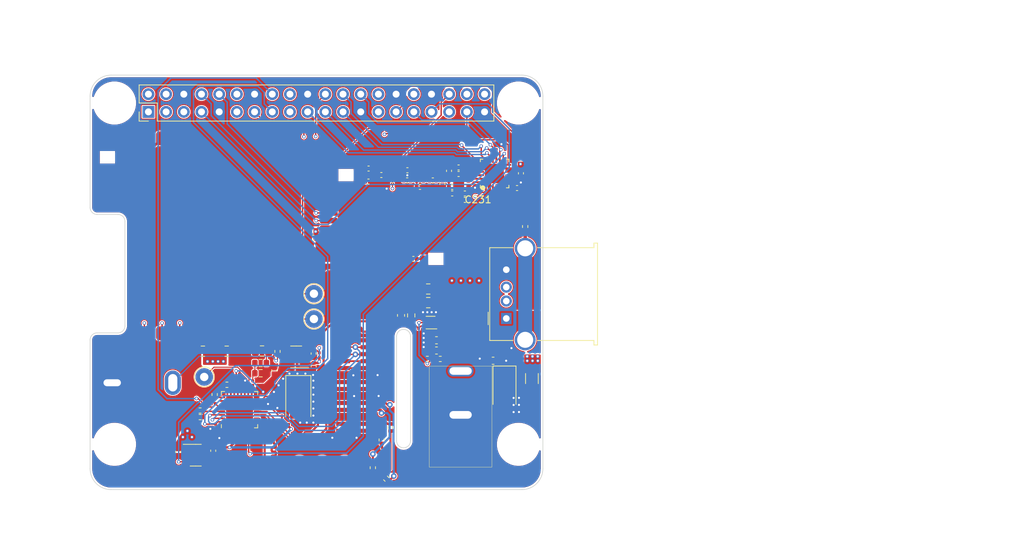
<source format=kicad_pcb>
(kicad_pcb (version 20221018) (generator pcbnew)
  (layers (0 "F.Cu" signal) (1 "In1.Cu" signal) (2 "In2.Cu" signal) (31 "B.Cu" signal) (34 "B.Paste" user) (35 "F.Paste" user) (36 "B.SilkS" user "B.Silkscreen") (37 "F.SilkS" user "F.Silkscreen") (38 "B.Mask" user) (39 "F.Mask" user) (44 "Edge.Cuts" user))
  (net 0 "")
  (net 2 "+5V")
  (net 3 "GND")
  (net 4 "Net-(U3-FB)")
  (net 5 "+3V3")
  (net 6 "Net-(C3-Pad1)")
  (net 7 "Net-(U601-AIN1)")
  (net 8 "Net-(U202-VIDEO)")
  (net 9 "/Radios/VIDEO_OUT")
  (net 10 "Net-(U201-VREG)")
  (net 13 "Net-(U203-RF_IN)")
  (net 14 "Net-(J202-In)")
  (net 15 "/Radios/XTAL_B")
  (net 16 "Net-(U201-VR_PA)")
  (net 19 "/Radios/XTAL_A")
  (net 20 "Net-(U201-RFI_P)")
  (net 21 "/Radios/SW_RX")
  (net 22 "Net-(U201-RFI_N)")
  (net 23 "Net-(C219-Pad1)")
  (net 24 "Net-(C220-Pad2)")
  (net 25 "Net-(C222-Pad1)")
  (net 26 "/Radios/SW_TX")
  (net 29 "Net-(U204-RF1)")
  (net 30 "Net-(U204-RF2)")
  (net 31 "Net-(U204-VTCL)")
  (net 33 "Net-(C228-Pad1)")
  (net 34 "Net-(U204-RFC)")
  (net 36 "Net-(J203-In)")
  (net 37 "Net-(U601-XTALN)")
  (net 39 "Net-(C603-Pad2)")
  (net 41 "Net-(U601-VREFP)")
  (net 42 "Net-(U601-VREFN)")
  (net 43 "/Video Digitizer/DIGITIZER_ANALOG_SUPPLY")
  (net 44 "/Video Digitizer/DIGITIZER_DIGITAL_SUPPLY")
  (net 45 "/Video Digitizer/VID_EN_1V8")
  (net 48 "Net-(J1-Shield)")
  (net 49 "/DIGITAL_RADIO_DIO1")
  (net 50 "/DIGITAL_RADIO_DIO3")
  (net 51 "/DIGITAL_RADIO_BUSY")
  (net 52 "/~{DIGITAL_RADIO_RESET}")
  (net 53 "/~{DIGITAL_RADIO_nCS}")
  (net 54 "/DIGITAL_RADIO_MISO")
  (net 55 "/DIGITAL_RADIO_MOSI")
  (net 56 "/DIGITAL_RADIO_SCLK")
  (net 57 "Net-(J101-5V-Pad2)")
  (net 58 "/GPS_UART_RX")
  (net 59 "/GPS_UART_TX")
  (net 60 "/VIDEO_CH3")
  (net 61 "/~{DIGITIZER_PWRDWN}")
  (net 62 "/~{DIGITIZER_RESET}")
  (net 63 "/VIDEO_CH1")
  (net 64 "/~{DIGITIZER_INTRQ}")
  (net 65 "/~{GPS_RESET}")
  (net 66 "/VIDEO_CH2")
  (net 67 "/CAM_D0_CONN_N")
  (net 68 "/CAM_D0_CONN_P")
  (net 69 "/CAM_D1_CONN_N")
  (net 70 "/CAM_D1_CONN_P")
  (net 71 "/CAM_CK_N")
  (net 72 "/CAM_CK_P")
  (net 73 "/CAM_IO0")
  (net 74 "/CAM_IO1")
  (net 75 "/CAM_SCL")
  (net 76 "/CAM_SDA")
  (net 77 "Net-(J201-In)")
  (net 78 "Net-(U3-SW)")
  (net 79 "Net-(U201-RFO)")
  (net 80 "Net-(U3-EN)")
  (net 81 "Net-(U601-DIAG1)")
  (net 82 "Net-(U601-DIAG2)")
  (net 85 "/CAM_D0_N")
  (net 86 "/CAM_D0_P")
  (net 87 "Net-(U601-ALSB)")
  (net 88 "/Radios/DIO2")
  (net 89 "Net-(U601-XTALP)")
  (net 90 "Net-(U202-RSSI)")
  (net 91 "Net-(U202-AUDIO)")
  (net 92 "Net-(U601-AIN2)")
  (net 111 "Net-(U601-~{INTRQ})")
  (net 113 "Net-(J3-In)")
  (footprint "Crystal:Crystal_SMD_Abracon_ABM3-2Pin_5.0x3.2mm" (layer "F.Cu") (at 130.08 112.21 -90)
    (fp_text reference "Y601" hide)
    (fp_text value "28.63636 MHz")
  )
  (footprint "Capacitor_SMD:C_0805_2012Metric" (layer "F.Cu") (at 124.87 105.48)
    (fp_text reference "C203" hide)
    (fp_text value "22u")
  )
  (footprint "capstone:FNR6028S1R5MT" (layer "F.Cu") (at 153.68 99.25 90)
    (fp_text reference "L4" hide)
    (fp_text value "1.5u")
  )
  (footprint "Resistor_SMD:R_0402_1005Metric" (layer "F.Cu") (at 162.65 87.61 90)
    (fp_text reference "R1" hide)
    (fp_text value "0")
  )
  (footprint "Capacitor_SMD:C_0402_1005Metric" (layer "F.Cu") (at 149.39 80.99)
    (fp_text reference "C222" hide)
    (fp_text value "39p")
  )
  (footprint "Capacitor_SMD:C_0201_0603Metric" (layer "F.Cu") (at 161.23 79.76 -90)
    (fp_text reference "C210" hide)
    (fp_text value "100n")
  )
  (footprint "Capacitor_SMD:C_0603_1608Metric" (layer "F.Cu") (at 144.83 100.37 90)
    (fp_text reference "C2" hide)
    (fp_text value "~")
  )
  (footprint "Capacitor_SMD:C_0402_1005Metric" (layer "F.Cu") (at 153.09 79.13 180)
    (fp_text reference "C216" hide)
    (fp_text value "1.8p")
  )
  (footprint "Connector_PinHeader_2.54mm:PinHeader_2x20_P2.54mm_Vertical" (layer "F.Cu") (at 108.56 71.15 90)
    (fp_text reference "J101" hide)
    (fp_text value "Raspberry_Pi_2_3")
  )
  (footprint "Capacitor_SMD:C_0201_0603Metric" (layer "F.Cu") (at 127.82 111.45 -90)
    (fp_text reference "C602" hide)
    (fp_text value "22p")
  )
  (footprint "Resistor_SMD:R_0201_0603Metric" (layer "F.Cu") (at 154.59 73.44)
    (fp_text reference "R203" hide)
    (fp_text value "10k")
  )
  (footprint "RPi_Hat:RPi_Hat_Mounting_Hole" (layer "F.Cu") (at 103.69 118.88)
    (fp_text reference "" hide)
    (fp_text value "" hide)
  )
  (footprint "Resistor_SMD:R_0603_1608Metric" (layer "F.Cu") (at 124.67 108.67)
    (fp_text reference "R5" hide)
    (fp_text value "51R")
  )
  (footprint "Capacitor_SMD:C_0402_1005Metric" (layer "F.Cu") (at 153.995 82.87 180)
    (fp_text reference "C215" hide)
    (fp_text value "47p")
  )
  (footprint "Capacitor_SMD:C_0402_1005Metric" (layer "F.Cu") (at 132.22 89.21 180)
    (fp_text reference "C208" hide)
    (fp_text value "2.2u")
  )
  (footprint "Resistor_SMD:R_0402_1005Metric" (layer "F.Cu") (at 142.06 118.25 90)
    (fp_text reference "R25" hide)
    (fp_text value "0")
  )
  (footprint "Capacitor_SMD:C_0402_1005Metric" (layer "F.Cu") (at 147.55 81.92 180)
    (fp_text reference "C223" hide)
    (fp_text value "1.8p")
  )
  (footprint "capstone:SX1262IMLTRT" (layer "F.Cu") (at 158.26 80 90)
    (fp_text reference "U201" hide)
    (fp_text value "SX1262IMLTRT")
  )
  (footprint "capstone:JYJE-3TJ432000HYFBC" (layer "F.Cu") (at 159.552082 86.732792 -45)
    (fp_text reference "Y201" hide)
    (fp_text value "32 MHz")
  )
  (footprint "Resistor_SMD:R_0402_1005Metric" (layer "F.Cu") (at 115.98 114.03)
    (fp_text reference "R28" hide)
    (fp_text value "0")
  )
  (footprint "Capacitor_SMD:C_0805_2012Metric" (layer "F.Cu") (at 148.73 98.54 180)
    (fp_text reference "C33" hide)
    (fp_text value "22u")
  )
  (footprint "RPi_Hat:RPi_Hat_Mounting_Hole" (layer "F.Cu") (at 161.69 118.88)
    (fp_text reference "" hide)
    (fp_text value "" hide)
  )
  (footprint "Capacitor_SMD:C_0201_0603Metric" (layer "F.Cu") (at 119.83 117.35 180)
    (fp_text reference "C612" hide)
    (fp_text value "10n")
  )
  (footprint "Inductor_SMD:L_0402_1005Metric" (layer "F.Cu") (at 140.16 80.22 180)
    (fp_text reference "L206" hide)
    (fp_text value "9.1n")
  )
  (footprint "Capacitor_SMD:C_0201_0603Metric" (layer "F.Cu") (at 119.83 118.05 180)
    (fp_text reference "C611" hide)
    (fp_text value "100n")
  )
  (footprint "Capacitor_SMD:C_0201_0603Metric" (layer "F.Cu") (at 149.375 102.86 180)
    (fp_text reference "C27" hide)
    (fp_text value "100n")
  )
  (footprint "Capacitor_SMD:C_0402_1005Metric" (layer "F.Cu") (at 150.76 81.48 90)
    (fp_text reference "C221" hide)
    (fp_text value "5.6p")
  )
  (footprint "Capacitor_SMD:C_0201_0603Metric" (layer "F.Cu") (at 155.885 82.7 180)
    (fp_text reference "C231")
    (fp_text value "100n")
  )
  (footprint "Capacitor_SMD:C_0402_1005Metric" (layer "F.Cu") (at 145.71 80.98)
    (fp_text reference "C224" hide)
    (fp_text value "1n")
  )
  (footprint "Capacitor_SMD:C_0603_1608Metric" (layer "F.Cu") (at 149.915 103.94 180)
    (fp_text reference "C25" hide)
    (fp_text value "10u")
  )
  (footprint "Capacitor_SMD:C_0201_0603Metric" (layer "F.Cu") (at 132.43 90.06 180)
    (fp_text reference "C207" hide)
    (fp_text value "100n")
  )
  (footprint "Resistor_SMD:R_0201_0603Metric" (layer "F.Cu") (at 132.46 93.36 180)
    (fp_text reference "R205" hide)
    (fp_text value "100k")
  )
  (footprint "Capacitor_SMD:C_0201_0603Metric" (layer "F.Cu") (at 121.23 117.35)
    (fp_text reference "C613" hide)
    (fp_text value "10n")
  )
  (footprint "capstone:RCJ-054" (layer "F.Cu") (at 106.66 110.04 90)
    (fp_text reference "J3" hide)
    (fp_text value "Conn_Coaxial")
  )
  (footprint "Capacitor_SMD:C_0402_1005Metric" (layer "F.Cu") (at 112.83 119.97 -90)
    (fp_text reference "C606" hide)
    (fp_text value "1u")
  )
  (footprint "Resistor_SMD:R_0402_1005Metric" (layer "F.Cu") (at 119.83 110.33)
    (fp_text reference "R6" hide)
    (fp_text value "0")
  )
  (footprint "Resistor_SMD:R_0402_1005Metric" (layer "F.Cu") (at 140.78 122.24 90)
    (fp_text reference "R23" hide)
    (fp_text value "0")
  )
  (footprint "Capacitor_SMD:C_0201_0603Metric" (layer "F.Cu") (at 127.73 114.49 90)
    (fp_text reference "C616" hide)
    (fp_text value "10n")
  )
  (footprint "Inductor_SMD:L_0402_1005Metric" (layer "F.Cu") (at 154.015 81)
    (fp_text reference "L201" hide)
    (fp_text value "0R")
  )
  (footprint "Capacitor_SMD:C_0402_1005Metric" (layer "F.Cu") (at 126.62 108.28 90)
    (fp_text reference "C607" hide)
    (fp_text value "1u")
  )
  (footprint "Capacitor_SMD:C_0402_1005Metric" (layer "F.Cu") (at 142 80.22)
    (fp_text reference "C228" hide)
    (fp_text value "39p")
  )
  (footprint "Capacitor_SMD:C_0402_1005Metric" (layer "F.Cu") (at 132.2825 105.85 -90)
    (fp_text reference "C610" hide)
    (fp_text value "680n")
  )
  (footprint "Capacitor_SMD:C_0402_1005Metric" (layer "F.Cu") (at 153.09 80.07)
    (fp_text reference "C217" hide)
    (fp_text value "2.4p")
  )
  (footprint "Capacitor_SMD:C_0201_0603Metric" (layer "F.Cu") (at 144.1 78.97 180)
    (fp_text reference "C226" hide)
    (fp_text value "100p")
  )
  (footprint "Capacitor_SMD:C_0402_1005Metric" (layer "F.Cu") (at 152.17 81.93 180)
    (fp_text reference "C220" hide)
    (fp_text value "3p")
  )
  (footprint "Resistor_SMD:R_0402_1005Metric" (layer "F.Cu") (at 143.31 116.46 90)
    (fp_text reference "R26" hide)
    (fp_text value "0")
  )
  (footprint "Capacitor_SMD:C_0201_0603Metric" (layer "F.Cu") (at 124.94 110.1 90)
    (fp_text reference "C618" hide)
    (fp_text value "100n")
  )
  (footprint "Resistor_SMD:R_0402_1005Metric" (layer "F.Cu") (at 118.07 111.73 -90)
    (fp_text reference "R22" hide)
    (fp_text value "0")
  )
  (footprint "Capacitor_SMD:C_0201_0603Metric" (layer "F.Cu") (at 132.46 92.26 180)
    (fp_text reference "C205" hide)
    (fp_text value "100n")
  )
  (footprint "Capacitor_SMD:C_0201_0603Metric" (layer "F.Cu") (at 124.24 110.1 90)
    (fp_text reference "C617" hide)
    (fp_text value "10n")
  )
  (footprint "capstone:SW-GPS01" (layer "F.Cu") (at 139.06 84.96)
    (fp_text reference "U203" hide)
    (fp_text value "SW-GPS01")
  )
  (footprint "capstone:PJ-037A" (layer "F.Cu") (at 153.38 114.65 90)
    (fp_text reference "J2" hide)
    (fp_text value "Barrel_Jack")
  )
  (footprint "Resistor_SMD:R_0603_1608Metric" (layer "F.Cu") (at 124.67 107.21 180)
    (fp_text reference "R4" hide)
    (fp_text value "24R")
  )
  (footprint "Capacitor_SMD:C_0402_1005Metric" (layer "F.Cu") (at 151.72 79.62 -90)
    (fp_text reference "C218" hide)
    (fp_text value "1n")
  )
  (footprint "Capacitor_SMD:C_0201_0603Metric" (layer "F.Cu") (at 121.23 118.05)
    (fp_text reference "C614" hide)
    (fp_text value "100n")
  )
  (footprint "Resistor_SMD:R_0201_0603Metric" (layer "F.Cu") (at 122.63 117.35)
    (fp_text reference "R301" hide)
    (fp_text value "47R")
  )
  (footprint "Capacitor_SMD:C_0603_1608Metric" (layer "F.Cu") (at 158.04 106.88)
    (fp_text reference "C23" hide)
    (fp_text value "10u")
  )
  (footprint "Capacitor_SMD:C_0402_1005Metric" (layer "F.Cu") (at 161.48 82.09)
    (fp_text reference "C204" hide)
    (fp_text value "470n")
  )
  (footprint "Resistor_SMD:R_0402_1005Metric" (layer "F.Cu") (at 127.09 105.54 -90)
    (fp_text reference "R208" hide)
    (fp_text value "0")
  )
  (footprint "Inductor_SMD:L_0402_1005Metric" (layer "F.Cu") (at 147.55 80.99 180)
    (fp_text reference "L205" hide)
    (fp_text value "4.7n")
  )
  (footprint "Capacitor_SMD:C_0805_2012Metric" (layer "F.Cu") (at 148.73 96.58 180)
    (fp_text reference "C34" hide)
    (fp_text value "22u")
  )
  (footprint "Resistor_SMD:R_0201_0603Metric" (layer "F.Cu") (at 117.84 113.02 180)
    (fp_text reference "R605" hide)
    (fp_text value "100k")
  )
  (footprint "capstone:FFC3A20-15-G" (layer "F.Cu") (at 138.26 110.94 180)
    (fp_text reference "J102" hide)
    (fp_text value "Conn_01x15")
  )
  (footprint "TestPoint:TestPoint_THTPad_D2.5mm_Drill1.2mm" (layer "F.Cu") (at 132.32 97.26)
    (fp_text reference "TP1" hide)
    (fp_text value "TestPoint")
  )
  (footprint "Capacitor_SMD:C_0402_1005Metric" (layer "F.Cu") (at 162.04 79.97 -90)
    (fp_text reference "C211" hide)
    (fp_text value "1u")
  )
  (footprint "Connector_USB:USB_A_Molex_67643_Horizontal" (layer "F.Cu") (at 159.94 100.81 90)
    (fp_text reference "J1" hide)
    (fp_text value "USB_A")
  )
  (footprint "Resistor_SMD:R_0201_0603Metric" (layer "F.Cu") (at 126.76 112.52 180)
    (fp_text reference "R603" hide)
    (fp_text value "1k")
  )
  (footprint "TestPoint:TestPoint_THTPad_D2.5mm_Drill1.2mm" (layer "F.Cu") (at 132.32 100.89)
    (fp_text reference "TP2" hide)
    (fp_text value "TestPoint")
  )
  (footprint "Inductor_SMD:L_0402_1005Metric" (layer "F.Cu") (at 154.475 79.6 90)
    (fp_text reference "L203" hide)
    (fp_text value "15n")
  )
  (footprint "Capacitor_SMD:C_0402_1005Metric" (layer "F.Cu") (at 117.8625 119.8 -90)
    (fp_text reference "C608" hide)
    (fp_text value "1u")
  )
  (footprint "Capacitor_SMD:C_0402_1005Metric" (layer "F.Cu") (at 140.17 79.29)
    (fp_text reference "C229" hide)
    (fp_text value "3.3p")
  )
  (footprint "capstone:IC_SKY13453-385LF" (layer "F.Cu") (at 143.85 80.22 90)
    (fp_text reference "U204" hide)
    (fp_text value "SKY13453-385LF")
  )
  (footprint "Capacitor_SMD:C_0201_0603Metric" (layer "F.Cu") (at 128.99 116)
    (fp_text reference "C615" hide)
    (fp_text value "100n")
  )
  (footprint "Capacitor_SMD:C_0201_0603Metric" (layer "F.Cu") (at 123.54 110.1 -90)
    (fp_text reference "C3" hide)
    (fp_text value "100n")
  )
  (footprint "Capacitor_SMD:C_0402_1005Metric" (layer "F.Cu") (at 140.15 81.16 180)
    (fp_text reference "C230" hide)
    (fp_text value "3.3p")
  )
  (footprint "Capacitor_SMD:C_0603_1608Metric" (layer "F.Cu") (at 149.915 105.41 180)
    (fp_text reference "C26" hide)
    (fp_text value "10u")
  )
  (footprint "Resistor_SMD:R_0201_0603Metric" (layer "F.Cu") (at 144.1 78.27 180)
    (fp_text reference "R206" hide)
    (fp_text value "2.2k")
  )
  (footprint "Package_TO_SOT_SMD:SOT-23-5" (layer "F.Cu") (at 115.35 120.44)
    (fp_text reference "U602" hide)
    (fp_text value "AP2127K-1.8")
  )
  (footprint "capstone:RX5808" (layer "F.Cu") (at 117.9 88.95 -90)
    (fp_text reference "U202" hide)
    (fp_text value "RX5808")
  )
  (footprint "Capacitor_SMD:C_0201_0603Metric" (layer "F.Cu") (at 121.47 109.75)
    (fp_text reference "C620" hide)
    (fp_text value "100n")
  )
  (footprint "Capacitor_SMD:C_0402_1005Metric" (layer "F.Cu") (at 146.6 92.26)
    (fp_text reference "C209" hide)
    (fp_text value "47p")
  )
  (footprint "Resistor_SMD:R_0201_0603Metric" (layer "F.Cu") (at 158.51 76.23 90)
    (fp_text reference "R201" hide)
    (fp_text value "100k")
  )
  (footprint "Capacitor_SMD:C_0402_1005Metric" (layer "F.Cu") (at 153.995 83.79 180)
    (fp_text reference "C213" hide)
    (fp_text value "47n")
  )
  (footprint "Package_DFN_QFN:QFN-32-1EP_5x5mm_P0.5mm_EP3.6x3.6mm" (layer "F.Cu") (at 121.64 113.9 90)
    (fp_text reference "U601" hide)
    (fp_text value "ADV7282A-M")
  )
  (footprint "Resistor_SMD:R_0402_1005Metric" (layer "F.Cu") (at 150.46 106.62 180)
    (fp_text reference "R2" hide)
    (fp_text value "0")
  )
  (footprint "RPi_Hat:RPi_Hat_Mounting_Hole" (layer "F.Cu") (at 103.69 69.88)
    (fp_text reference "" hide)
    (fp_text value "" hide)
  )
  (footprint "Resistor_SMD:R_0402_1005Metric" (layer "F.Cu") (at 142.7 123.81 -45)
    (fp_text reference "R24" hide)
    (fp_text value "0")
  )
  (footprint "Capacitor_SMD:C_0402_1005Metric" (layer "F.Cu") (at 132.29 107.67 -90)
    (fp_text reference "C605" hide)
    (fp_text value "1u")
  )
  (footprint "Resistor_SMD:R_0402_1005Metric" (layer "F.Cu") (at 148.6 106.62 180)
    (fp_text reference "R7" hide)
    (fp_text value "100k")
  )
  (footprint "Capacitor_SMD:C_0201_0603Metric" (layer "F.Cu") (at 156.209234 84.464747 -135)
    (fp_text reference "C214" hide)
    (fp_text value "16p")
  )
  (footprint "Package_TO_SOT_SMD:SOT-23-5" (layer "F.Cu") (at 129.7725 106.33 180)
    (fp_text reference "U603" hide)
    (fp_text value "AP2127K-1.8")
  )
  (footprint "Resistor_SMD:R_0201_0603Metric" (layer "F.Cu") (at 147.35 102.56 -90)
    (fp_text reference "R9" hide)
    (fp_text value "30k")
  )
  (footprint "Resistor_SMD:R_0201_0603Metric" (layer "F.Cu") (at 143.04 78.615 -90)
    (fp_text reference "R207" hide)
    (fp_text value "2.7k")
  )
  (footprint "Resistor_SMD:R_0201_0603Metric" (layer "F.Cu") (at 132.89 73.4)
    (fp_text reference "R202" hide)
    (fp_text value "10k")
  )
  (footprint "Resistor_SMD:R_0201_0603Metric" (layer "F.Cu") (at 118.19 116.305 -90)
    (fp_text reference "R604" hide)
    (fp_text value "100k")
  )
  (footprint "Resistor_SMD:R_1206_3216Metric" (layer "F.Cu") (at 163.62 109.44 90)
    (fp_text reference "R3" hide)
    (fp_text value "0")
  )
  (footprint "Capacitor_SMD:C_0201_0603Metric" (layer "F.Cu") (at 121.47 109.05)
    (fp_text reference "C619" hide)
    (fp_text value "10n")
  )
  (footprint "Capacitor_SMD:C_0402_1005Metric" (layer "F.Cu") (at 145.74 79.53)
    (fp_text reference "C225" hide)
    (fp_text value "1n")
  )
  (footprint "Capacitor_SMD:C_0201_0603Metric" (layer "F.Cu") (at 132.46 91.16 180)
    (fp_text reference "C206" hide)
    (fp_text value "100n")
  )
  (footprint "Resistor_SMD:R_0603_1608Metric" (layer "F.Cu") (at 146.29 100.37 -90)
    (fp_text reference "R8" hide)
    (fp_text value "135k")
  )
  (footprint "Package_TO_SOT_SMD:SOT-563" (layer "F.Cu") (at 149.07 101.4 180)
    (fp_text reference "U3" hide)
    (fp_text value "TPS564242DRLR")
  )
  (footprint "Capacitor_SMD:C_0402_1005Metric" (layer "F.Cu") (at 152.17 82.86 180)
    (fp_text reference "C219" hide)
    (fp_text value "5.6p")
  )
  (footprint "Inductor_SMD:L_0402_1005Metric" (layer "F.Cu") (at 154.015 81.94)
    (fp_text reference "L202" hide)
    (fp_text value "47n")
  )
  (footprint "Resistor_SMD:R_0402_1005Metric" (layer "F.Cu") (at 115.98 114.97)
    (fp_text reference "R27" hide)
    (fp_text value "0")
  )
  (footprint "Capacitor_SMD:C_0201_0603Metric" (layer "F.Cu") (at 127.82 112.85 90)
    (fp_text reference "C603" hide)
    (fp_text value "22p")
  )
  (footprint "capstone:U.FL-R-SMT-1(60)" (layer "F.Cu") (at 137.13 80.23 90)
    (fp_text reference "J203" hide)
    (fp_text value "U.FL")
  )
  (footprint "Capacitor_SMD:C_0805_2012Metric" (layer "F.Cu") (at 116.38 105.51 180)
    (fp_text reference "C202" hide)
    (fp_text value "22u")
  )
  (footprint "RPi_Hat:RPi_Hat_Mounting_Hole" (layer "F.Cu") (at 161.69 69.88)
    (fp_text reference "" hide)
    (fp_text value "" hide)
  )
  (footprint "Resistor_SMD:R_0201_0603Metric" (layer "F.Cu") (at 131.22 73.37)
    (fp_text reference "R204" hide)
    (fp_text value "10k")
  )
  (footprint "Capacitor_SMD:C_0201_0603Metric" (layer "F.Cu") (at 159.72 104.7)
    (fp_text reference "C1" hide)
    (fp_text value "100n")
  )
  (footprint "Resistor_SMD:R_0201_0603Metric" (layer "F.Cu") (at 133.0925 106.06 90)
    (fp_text reference "R606" hide)
    (fp_text value "10k")
  )
  (footprint "Inductor_SMD:L_0402_1005Metric" (layer "F.Cu") (at 152.15 81 180)
    (fp_text reference "L204" hide)
    (fp_text value "2.5n")
  )
  (footprint "capstone:U.FL-R-SMT-1(60)" (layer "F.Cu") (at 149.625 92.26 -90)
    (fp_text reference "J202" hide)
    (fp_text value "U.FL")
  )
  (footprint "Capacitor_SMD:C_0201_0603Metric" (layer "F.Cu") (at 160.473088 84.966793 -45)
    (fp_text reference "C212" hide)
    (fp_text value "16p")
  )
  (footprint "Diode_SMD:D_SMA" (layer "F.Cu") (at 159.68 111.1525 -90)
    (fp_text reference "D401" hide)
    (fp_text value "SMAJ5.0A")
  )
  (footprint "Capacitor_SMD:C_0201_0603Metric" (layer "F.Cu") (at 143.28 81.5 180)
    (fp_text reference "C227" hide)
    (fp_text value "10n")
  )
  (footprint "TestPoint:TestPoint_THTPad_D2.5mm_Drill1.2mm" (layer "F.Cu") (at 116.57 109.21)
    (fp_text reference "TP3" hide)
    (fp_text value "TestPoint")
  )
  (footprint "Capacitor_SMD:C_0201_0603Metric" (layer "F.Cu") (at 122.17 110.45 180)
    (fp_text reference "C604" hide)
    (fp_text value "100n")
  )
  (footprint "Capacitor_SMD:C_0201_0603Metric" (layer "F.Cu") (at 155.81 107.25)
    (fp_text reference "C24" hide)
    (fp_text value "100n")
  )
  (footprint "Capacitor_SMD:C_0805_2012Metric" (layer "F.Cu") (at 119.8 105.51)
    (fp_text reference "C201" hide)
    (fp_text value "22u")
  )
  (footprint "capstone:U.FL-R-SMT-1(60)" (layer "F.Cu") (at 102.875 77.67 90)
    (fp_text reference "J201" hide)
    (fp_text value "U.FL")
  )
  (gr_line (start 103.19 65.88) (end 162.19 65.88) (stroke (width 0.1)) (layer "Edge.Cuts"))
  (gr_arc (start 100.19 68.88) (mid 101.06868 66.75868) (end 103.19 65.88) (stroke (width 0.1)) (layer "Edge.Cuts"))
  (gr_line (start 165.19 68.88) (end 165.19 122.38) (stroke (width 0.1)) (layer "Edge.Cuts"))
  (gr_line (start 101.19 85.88) (end 104.19 85.88) (stroke (width 0.1)) (layer "Edge.Cuts"))
  (gr_line (start 100.19 103.88) (end 100.19 122.38) (stroke (width 0.1)) (layer "Edge.Cuts"))
  (gr_line (start 144.19 103.38) (end 144.19 118.38) (stroke (width 0.1)) (layer "Edge.Cuts"))
  (gr_arc (start 162.19 65.88) (mid 164.31132 66.75868) (end 165.19 68.88) (stroke (width 0.1)) (layer "Edge.Cuts"))
  (gr_arc (start 103.19 125.38) (mid 101.068679 124.501321) (end 100.19 122.38) (stroke (width 0.1)) (layer "Edge.Cuts"))
  (gr_arc (start 100.19 103.88) (mid 100.482893 103.172893) (end 101.19 102.88) (stroke (width 0.1)) (layer "Edge.Cuts"))
  (gr_line (start 103.19 125.38) (end 162.19 125.38) (stroke (width 0.1)) (layer "Edge.Cuts"))
  (gr_arc (start 144.19 103.38) (mid 145.19 102.38) (end 146.19 103.38) (stroke (width 0.1)) (layer "Edge.Cuts"))
  (gr_line (start 101.19 102.88) (end 104.19 102.88) (stroke (width 0.1)) (layer "Edge.Cuts"))
  (gr_arc (start 165.19 122.38) (mid 164.311321 124.501321) (end 162.19 125.38) (stroke (width 0.1)) (layer "Edge.Cuts"))
  (gr_arc (start 105.19 101.88) (mid 104.897107 102.587107) (end 104.19 102.88) (stroke (width 0.1)) (layer "Edge.Cuts"))
  (gr_line (start 100.19 68.88) (end 100.19 84.88) (stroke (width 0.1)) (layer "Edge.Cuts"))
  (gr_line (start 146.19 103.38) (end 146.19 118.38) (stroke (width 0.1)) (layer "Edge.Cuts"))
  (gr_arc (start 146.19 118.38) (mid 145.19 119.38) (end 144.19 118.38) (stroke (width 0.1)) (layer "Edge.Cuts"))
  (gr_arc (start 104.19 85.88) (mid 104.897107 86.172893) (end 105.19 86.88) (stroke (width 0.1)) (layer "Edge.Cuts"))
  (gr_arc (start 101.19 85.88) (mid 100.482893 85.587107) (end 100.19 84.88) (stroke (width 0.1)) (layer "Edge.Cuts"))
  (gr_line (start 105.19 86.88) (end 105.19 101.88) (stroke (width 0.1)) (layer "Edge.Cuts"))
  (via (at 119.32 106.98) (size 0.5) (drill 0.3) (layers "F.Cu" "B.Cu") (net 2))
  (via (at 117.8 106.98) (size 0.5) (drill 0.3) (layers "F.Cu" "B.Cu") (net 2))
  (via (at 117.04 106.98) (size 0.5) (drill 0.3) (layers "F.Cu" "B.Cu") (net 2))
  (via (at 118.56 106.98) (size 0.5) (drill 0.3) (layers "F.Cu" "B.Cu") (net 2))
  (segment (start 135.73 108.95) (end 135.77 108.99) (width 0.35) (layer "F.Cu") (net 3))
  (segment (start 156.13 107.25) (end 156.13 106.58) (width 0.2) (layer "F.Cu") (net 3))
  (segment (start 144.28 80.22) (end 145.7 80.22) (width 0.254) (layer "F.Cu") (net 3))
  (segment (start 145.7 80.22) (end 145.73 80.25) (width 0.254) (layer "F.Cu") (net 3))
  (segment (start 160.04 104.7) (end 160.31 104.7) (width 0.2) (layer "F.Cu") (net 3))
  (segment (start 142.96 81.98) (end 142.76 82.18) (width 0.15) (layer "F.Cu") (net 3))
  (segment (start 142.96 81.5) (end 142.96 81.98) (width 0.15) (layer "F.Cu") (net 3))
  (segment (start 136.69 108.96) (end 136.7 108.97) (width 0.2) (layer "F.Cu") (net 3))
  (segment (start 158.815 106.88) (end 159.92 106.88) (width 0.2) (layer "F.Cu") (net 3))
  (segment (start 160.31 104.7) (end 160.68 105.07) (width 0.2) (layer "F.Cu") (net 3))
  (via (at 132.24 111.748571) (size 0.5) (drill 0.3) (layers "F.Cu" "B.Cu") (net 3))
  (via (at 132.24 109.742857) (size 0.5) (drill 0.3) (layers "F.Cu" "B.Cu") (net 3))
  (via (at 130.35 115.76) (size 0.5) (drill 0.3) (layers "F.Cu" "B.Cu") (net 3))
  (via (at 125.73 113.09) (size 0.5) (drill 0.3) (layers "F.Cu" "B.Cu") (net 3))
  (via (at 132.24 113.754285) (size 0.5) (drill 0.3) (layers "F.Cu" "B.Cu") (net 3))
  (via (at 147.98 99.91) (size 0.5) (drill 0.3) (layers "F.Cu" "B.Cu") (net 3))
  (via (at 131.096666 108.73) (size 0.5) (drill 0.3) (layers "F.Cu" "B.Cu") (net 3))
  (via (at 127.9 109.46) (size 0.5) (drill 0.3) (layers "F.Cu" "B.Cu") (net 3))
  (via (at 161.76 113.22) (size 0.5) (drill 0.3) (layers "F.Cu" "B.Cu") (net 3))
  (via (at 117.45 116.66) (size 0.5) (drill 0.3) (layers "F.Cu" "B.Cu") (net 3))
  (via (at 160.99 114.25) (size 0.5) (drill 0.3) (layers "F.Cu" "B.Cu") (net 3))
  (via (at 138.44 117.94) (size 0.5) (drill 0.3) (layers "F.Cu" "B.Cu") (net 3))
  (via (at 148.08 102.96) (size 0.5) (drill 0.3) (layers "F.Cu" "B.Cu") (net 3))
  (via (at 160.99 112.22) (size 0.5) (drill 0.3) (layers "F.Cu" "B.Cu") (net 3))
  (via (at 149.22 99.91) (size 0.5) (drill 0.3) (layers "F.Cu" "B.Cu") (net 3))
  (via (at 156.13 106.58) (size 0.5) (drill 0.3) (layers "F.Cu" "B.Cu") (net 3))
  (via (at 160.99 113.23) (size 0.5) (drill 0.3) (layers "F.Cu" "B.Cu") (net 3))
  (via (at 132.2 108.92) (size 0.5) (drill 0.3) (layers "F.Cu" "B.Cu") (net 3))
  (via (at 132.24 114.757142) (size 0.5) (drill 0.3) (layers "F.Cu" "B.Cu") (net 3))
  (via (at 141.46 108.94) (size 0.5) (drill 0.3) (layers "F.Cu" "B.Cu") (net 3))
  (via (at 137.98 108.97) (size 0.5) (drill 0.3) (layers "F.Cu" "B.Cu") (net 3))
  (via (at 141.61 111.94) (size 0.5) (drill 0.3) (layers "F.Cu" "B.Cu") (net 3))
  (via (at 159.24 75.78) (size 0.5) (drill 0.3) (layers "F.Cu" "B.Cu") (net 3))
  (via (at 148.08 104.91) (size 0.5) (drill 0.3) (layers "F.Cu" "B.Cu") (net 3))
  (via (at 127.25 110.41) (size 0.5) (drill 0.3) (layers "F.Cu" "B.Cu") (net 3))
  (via (at 161.76 114.24) (size 0.5) (drill 0.3) (layers "F.Cu" "B.Cu") (net 3))
  (via (at 155.448 82.042) (size 0.5) (drill 0.3) (layers "F.Cu" "B.Cu") (net 3))
  (via (at 132.24 110.745714) (size 0.5) (drill 0.3) (layers "F.Cu" "B.Cu") (net 3))
  (via (at 122.44 109.73) (size 0.5) (drill 0.3) (layers "F.Cu" "B.Cu") (net 3))
  (via (at 132.24 112.751428) (size 0.5) (drill 0.3) (layers "F.Cu" "B.Cu") (net 3))
  (via (at 134.96 117.94) (size 0.5) (drill 0.3) (layers "F.Cu" "B.Cu") (net 3))
  (via (at 138.09 111.95) (size 0.5) (drill 0.3) (layers "F.Cu" "B.Cu") (net 3))
  (via (at 129.953333 108.73) (size 0.5) (drill 0.3) (layers "F.Cu" "B.Cu") (net 3))
  (via (at 148.6 99.91) (size 0.5) (drill 0.3) (layers "F.Cu" "B.Cu") (net 3))
  (via (at 128.81 108.73) (size 0.5) (drill 0.3) (layers "F.Cu" "B.Cu") (net 3))
  (via (at 132.24 115.76) (size 0.5) (drill 0.3) (layers "F.Cu" "B.Cu") (net 3))
  (via (at 127.07 113.66) (size 0.5) (drill 0.3) (layers "F.Cu" "B.Cu") (net 3))
  (via (at 126.58 111.36) (size 0.5) (drill 0.3) (layers "F.Cu" "B.Cu") (net 3))
  (via (at 159.92 106.88) (size 0.5) (drill 0.3) (layers "F.Cu" "B.Cu") (net 3))
  (via (at 148.08 103.61) (size 0.5) (drill 0.3) (layers "F.Cu" "B.Cu") (net 3))
  (via (at 160.68 105.07) (size 0.5) (drill 0.3) (layers "F.Cu" "B.Cu") (net 3))
  (via (at 131.295 115.76) (size 0.5) (drill 0.3) (layers "F.Cu" "B.Cu") (net 3))
  (via (at 162.03 81.29) (size 0.5) (drill 0.3) (layers "F.Cu" "B.Cu") (net 3))
  (via (at 149.84 99.91) (size 0.5) (drill 0.3) (layers "F.Cu" "B.Cu") (net 3))
  (via (at 142.76 82.18) (size 0.5) (drill 0.3) (layers "F.Cu" "B.Cu") (net 3))
  (via (at 118.74 117.98) (size 0.5) (drill 0.3) (layers "F.Cu" "B.Cu") (net 3))
  (via (at 161.76 112.21) (size 0.5) (drill 0.3) (layers "F.Cu" "B.Cu") (net 3))
  (via (at 148.08 104.26) (size 0.5) (drill 0.3) (layers "F.Cu" "B.Cu") (net 3))
  (via (at 145.73 80.25) (size 0.5) (drill 0.3) (layers "F.Cu" "B.Cu") (net 3))
  (segment (start 144.83 101.145) (end 146.24 101.145) (width 0.2) (layer "F.Cu") (net 4))
  (segment (start 146.29 101.195) (end 146.305 101.195) (width 0.2) (layer "F.Cu") (net 4))
  (segment (start 146.305 101.195) (end 147.35 102.24) (width 0.2) (layer "F.Cu") (net 4))
  (segment (start 148.32 101.9) (end 147.69 101.9) (width 0.2) (layer "F.Cu") (net 4))
  (segment (start 147.69 101.9) (end 147.35 102.24) (width 0.2) (layer "F.Cu") (net 4))
  (segment (start 146.24 101.145) (end 146.29 101.195) (width 0.2) (layer "F.Cu") (net 4))
  (segment (start 146.24 99.595) (end 146.29 99.545) (width 0.2) (layer "F.Cu") (net 5))
  (segment (start 143.6 81.5) (end 143.6 80.705) (width 0.15) (layer "F.Cu") (net 5))
  (segment (start 147.757183 95.1) (end 149.02 95.1) (width 0.2) (layer "F.Cu") (net 5))
  (segment (start 155.78 83.31) (end 155.48 83.31) (width 0.2) (layer "F.Cu") (net 5))
  (segment (start 120.39 116.35) (end 120.39 117.11) (width 0.2) (layer "F.Cu") (net 5))
  (segment (start 144.83 99.595) (end 146.24 99.595) (width 0.2) (layer "F.Cu") (net 5))
  (segment (start 146.29 96.567183) (end 147.757183 95.1) (width 0.2) (layer "F.Cu") (net 5))
  (segment (start 157.01 82.45) (end 156.76 82.7) (width 0.2) (layer "F.Cu") (net 5))
  (segment (start 130.91 107.28) (end 132.2 107.28) (width 0.35) (layer "F.Cu") (net 5))
  (segment (start 156.205 82.885) (end 155.78 83.31) (width 0.2) (layer "F.Cu") (net 5))
  (segment (start 133.0925 107.0075) (end 133.0925 106.38) (width 0.35) (layer "F.Cu") (net 5))
  (segment (start 132.2 107.28) (end 132.29 107.19) (width 0.35) (layer "F.Cu") (net 5))
  (segment (start 157.01 81.945) (end 157.01 82.45) (width 0.2) (layer "F.Cu") (net 5))
  (segment (start 120.15 118.05) (end 120.15 117.35) (width 0.35) (layer "F.Cu") (net 5))
  (segment (start 119.821751 118.64) (end 114.95 118.64) (width 0.35) (layer "F.Cu") (net 5))
  (segment (start 120.15 118.311751) (end 119.821751 118.64) (width 0.35) (layer "F.Cu") (net 5))
  (segment (start 156.76 82.7) (end 156.205 82.7) (width 0.2) (layer "F.Cu") (net 5))
  (segment (start 146.29 99.545) (end 146.29 96.567183) (width 0.2) (layer "F.Cu") (net 5))
  (segment (start 132.91 107.19) (end 132.29 107.19) (width 0.35) (layer "F.Cu") (net 5))
  (segment (start 133.0925 107.0075) (end 132.91 107.19) (width 0.35) (layer "F.Cu") (net 5))
  (segment (start 156.205 82.7) (end 156.205 82.885) (width 0.2) (layer "F.Cu") (net 5))
  (segment (start 143.6 81.5) (end 143.6 82.16) (width 0.15) (layer "F.Cu") (net 5))
  (segment (start 120.39 117.11) (end 120.15 117.35) (width 0.2) (layer "F.Cu") (net 5))
  (segment (start 120.15 118.05) (end 120.15 118.311751) (width 0.35) (layer "F.Cu") (net 5))
  (via (at 161.98 78.64) (size 0.5) (drill 0.3) (layers "F.Cu" "B.Cu") (net 5))
  (via (at 114.16 116.95) (size 0.5) (drill 0.3) (layers "F.Cu" "B.Cu") (net 5))
  (via (at 133.0925 107.0075) (size 0.5) (drill 0.3) (layers "F.Cu" "B.Cu") (net 5))
  (via (at 113.51 117.84) (size 0.5) (drill 0.3) (layers "F.Cu" "B.Cu") (net 5))
  (via (at 114.81 117.84) (size 0.5) (drill 0.3) (layers "F.Cu" "B.Cu") (net 5))
  (via (at 152.13 95.38) (size 0.5) (drill 0.3) (layers "F.Cu" "B.Cu") (net 5))
  (via (at 154.723332 95.38) (size 0.5) (drill 0.3) (layers "F.Cu" "B.Cu") (net 5))
  (via (at 155.48 83.31) (size 0.5) (drill 0.3) (layers "F.Cu" "B.Cu") (net 5))
  (via (at 153.426666 95.38) (size 0.5) (drill 0.3) (layers "F.Cu" "B.Cu") (net 5))
  (via (at 156.02 95.38) (size 0.5) (drill 0.3) (layers "F.Cu" "B.Cu") (net 5))
  (via (at 143.6 82.16) (size 0.5) (drill 0.3) (layers "F.Cu" "B.Cu") (net 5))
  (via (at 132.57 88.33) (size 0.5) (drill 0.3) (layers "F.Cu" "B.Cu") (net 5))
  (segment (start 123.54 108.975) (end 123.845 108.67) (width 0.15) (layer "F.Cu") (net 6))
  (segment (start 123.54 109.78) (end 123.54 108.975) (width 0.15) (layer "F.Cu") (net 6))
  (segment (start 123.845 108.67) (end 123.845 107.21) (width 0.15) (layer "F.Cu") (net 6))
  (segment (start 123.39 110.57) (end 123.54 110.42) (width 0.15) (layer "F.Cu") (net 7))
  (segment (start 123.39 111.45) (end 123.39 110.57) (width 0.15) (layer "F.Cu") (net 7))
  (segment (start 123.92 105.48) (end 123.92 105.18) (width 0.15) (layer "F.Cu") (net 8))
  (segment (start 125.76 103.34) (end 125.76 102.95) (width 0.15) (layer "F.Cu") (net 8))
  (segment (start 123.92 105.18) (end 125.76 103.34) (width 0.15) (layer "F.Cu") (net 8))
  (segment (start 125.495 105.805) (end 125.82 105.48) (width 0.15) (layer "F.Cu") (net 9))
  (segment (start 125.82 105.48) (end 126.64 105.48) (width 0.15) (layer "F.Cu") (net 9))
  (segment (start 126.64 105.48) (end 127.09 105.03) (width 0.15) (layer "F.Cu") (net 9))
  (segment (start 125.495 107.21) (end 125.495 105.805) (width 0.15) (layer "F.Cu") (net 9))
  (segment (start 144.36 92.26) (end 146.12 92.26) (width 0.3) (layer "F.Cu") (net 13))
  (segment (start 147.08 92.26) (end 148.1 92.26) (width 0.3) (layer "F.Cu") (net 14))
  (segment (start 159.728859 85.258474) (end 160.246814 84.740519) (width 0.2) (layer "F.Cu") (net 15))
  (segment (start 158.51 83.003705) (end 158.51 81.945) (width 0.2) (layer "F.Cu") (net 15))
  (segment (start 160.246814 84.740519) (end 158.51 83.003705) (width 0.2) (layer "F.Cu") (net 15))
  (segment (start 159.728859 85.636776) (end 159.728859 85.258474) (width 0.2) (layer "F.Cu") (net 15))
  (segment (start 154.475 82.87) (end 154.475 81.965) (width 0.254) (layer "F.Cu") (net 16))
  (segment (start 154.475 83.79) (end 154.475 82.87) (width 0.254) (layer "F.Cu") (net 16))
  (segment (start 154.475 81.965) (end 154.5 81.94) (width 0.254) (layer "F.Cu") (net 16))
  (segment (start 154.5 81.94) (end 154.6 81.94) (width 0.254) (layer "F.Cu") (net 16))
  (segment (start 155.29 81.25) (end 156.315 81.25) (width 0.254) (layer "F.Cu") (net 16))
  (segment (start 154.6 81.94) (end 155.29 81.25) (width 0.254) (layer "F.Cu") (net 16))
  (segment (start 158.01 82.663981) (end 158.01 81.945) (width 0.2) (layer "F.Cu") (net 19))
  (segment (start 156.971142 84.774107) (end 156.435508 84.238473) (width 0.2) (layer "F.Cu") (net 19))
  (segment (start 156.971142 85.283223) (end 156.971142 84.774107) (width 0.2) (layer "F.Cu") (net 19))
  (segment (start 156.435508 84.238473) (end 158.01 82.663981) (width 0.2) (layer "F.Cu") (net 19))
  (segment (start 154.475 79.115) (end 153.585 79.115) (width 0.254) (layer "F.Cu") (net 20))
  (segment (start 153.585 79.115) (end 153.57 79.13) (width 0.254) (layer "F.Cu") (net 20))
  (segment (start 156.315 79.75) (end 155.131044 79.75) (width 0.254) (layer "F.Cu") (net 20))
  (segment (start 155.131044 79.75) (end 154.496044 79.115) (width 0.254) (layer "F.Cu") (net 20))
  (segment (start 154.496044 79.115) (end 154.475 79.115) (width 0.254) (layer "F.Cu") (net 20))
  (segment (start 146.22 79.53) (end 151.139562 79.53) (width 0.254) (layer "F.Cu") (net 21))
  (segment (start 152.61 80.07) (end 151.75 80.07) (width 0.254) (layer "F.Cu") (net 21))
  (segment (start 151.75 80.07) (end 151.72 80.1) (width 0.254) (layer "F.Cu") (net 21))
  (segment (start 151.72 80.1) (end 151.31 79.69) (width 0.254) (layer "F.Cu") (net 21))
  (segment (start 151.139562 79.53) (end 151.304781 79.695219) (width 0.254) (layer "F.Cu") (net 21))
  (segment (start 154.64 80.25) (end 154.475 80.085) (width 0.254) (layer "F.Cu") (net 22))
  (segment (start 156.315 80.25) (end 154.64 80.25) (width 0.254) (layer "F.Cu") (net 22))
  (segment (start 154.475 80.085) (end 153.585 80.085) (width 0.254) (layer "F.Cu") (net 22))
  (segment (start 153.585 80.085) (end 153.57 80.07) (width 0.254) (layer "F.Cu") (net 22))
  (segment (start 151.69 81.025) (end 151.665 81) (width 0.254) (layer "F.Cu") (net 24))
  (segment (start 151.69 81.93) (end 151.69 81.025) (width 0.254) (layer "F.Cu") (net 24))
  (segment (start 149.88 81) (end 149.87 80.99) (width 0.254) (layer "F.Cu") (net 24))
  (segment (start 150.76 81) (end 149.88 81) (width 0.254) (layer "F.Cu") (net 24))
  (segment (start 151.665 81) (end 150.76 81) (width 0.254) (layer "F.Cu") (net 24))
  (segment (start 148.91 80.99) (end 148.035 80.99) (width 0.254) (layer "F.Cu") (net 25))
  (segment (start 147.07 80.995) (end 147.065 80.99) (width 0.254) (layer "F.Cu") (net 26))
  (segment (start 147.065 80.99) (end 146.2 80.99) (width 0.254) (layer "F.Cu") (net 26))
  (segment (start 146.2 80.99) (end 146.19 80.98) (width 0.254) (layer "F.Cu") (net 26))
  (segment (start 147.07 81.92) (end 147.07 80.995) (width 0.254) (layer "F.Cu") (net 26))
  (segment (start 144.955 80.705) (end 145.23 80.98) (width 0.254) (layer "F.Cu") (net 29))
  (segment (start 144.1 80.705) (end 144.955 80.705) (width 0.254) (layer "F.Cu") (net 29))
  (segment (start 144.1 79.735) (end 145.055 79.735) (width 0.254) (layer "F.Cu") (net 30))
  (segment (start 145.055 79.735) (end 145.26 79.53) (width 0.254) (layer "F.Cu") (net 30))
  (segment (start 143.6 79.735) (end 143.6 79.15) (width 0.2) (layer "F.Cu") (net 31))
  (segment (start 143.075 78.97) (end 143.04 78.935) (width 0.2) (layer "F.Cu") (net 31))
  (segment (start 143.6 79.15) (end 143.78 78.97) (width 0.2) (layer "F.Cu") (net 31))
  (segment (start 143.78 78.97) (end 143.075 78.97) (width 0.2) (layer "F.Cu") (net 31))
  (segment (start 143.78 78.97) (end 143.78 78.27) (width 0.2) (layer "F.Cu") (net 31))
  (segment (start 140.645 79.295) (end 140.65 79.29) (width 0.254) (layer "F.Cu") (net 33))
  (segment (start 141.52 80.22) (end 140.645 80.22) (width 0.254) (layer "F.Cu") (net 33))
  (segment (start 140.645 80.22) (end 140.645 79.295) (width 0.254) (layer "F.Cu") (net 33))
  (segment (start 143.42 80.22) (end 142.48 80.22) (width 0.254) (layer "F.Cu") (net 34))
  (segment (start 139.67 81.16) (end 139.67 80.225) (width 0.254) (layer "F.Cu") (net 36))
  (segment (start 138.665 80.22) (end 138.655 80.23) (width 0.254) (layer "F.Cu") (net 36))
  (segment (start 139.67 80.225) (end 139.675 80.22) (width 0.254) (layer "F.Cu") (net 36))
  (segment (start 139.675 80.22) (end 138.665 80.22) (width 0.254) (layer "F.Cu") (net 36))
  (segment (start 124.09 112.65) (end 124.69 112.65) (width 0.2) (layer "F.Cu") (net 37))
  (segment (start 128.47 111.77) (end 127.82 111.77) (width 0.2) (layer "F.Cu") (net 37))
  (segment (start 124.69 112.65) (end 125.35 111.99) (width 0.2) (layer "F.Cu") (net 37))
  (segment (start 130.08 110.16) (end 128.47 111.77) (width 0.2) (layer "F.Cu") (net 37))
  (segment (start 125.35 111.99) (end 127.6 111.99) (width 0.2) (layer "F.Cu") (net 37))
  (segment (start 127.6 111.99) (end 127.82 111.77) (width 0.2) (layer "F.Cu") (net 37))
  (segment (start 127.08 112.52) (end 127.81 112.52) (width 0.2) (layer "F.Cu") (net 39))
  (segment (start 130.08 114.26) (end 128.35 112.53) (width 0.2) (layer "F.Cu") (net 39))
  (segment (start 128.35 112.53) (end 127.82 112.53) (width 0.2) (layer "F.Cu") (net 39))
  (segment (start 122.39 111.45) (end 122.39 110.55) (width 0.254) (layer "F.Cu") (net 41))
  (segment (start 122.39 110.55) (end 122.49 110.45) (width 0.254) (layer "F.Cu") (net 41))
  (segment (start 121.89 111.45) (end 121.89 110.49) (width 0.254) (layer "F.Cu") (net 42))
  (segment (start 121.89 110.49) (end 121.85 110.45) (width 0.254) (layer "F.Cu") (net 42))
  (segment (start 121.16 109.04) (end 121.15 109.05) (width 0.2) (layer "F.Cu") (net 43))
  (segment (start 121.32 110.715685) (end 121.39 110.785685) (width 0.2) (layer "F.Cu") (net 43))
  (segment (start 121.32 110.33) (end 121.32 110.715685) (width 0.2) (layer "F.Cu") (net 43))
  (segment (start 121.39 110.785685) (end 121.39 111.45) (width 0.2) (layer "F.Cu") (net 43))
  (segment (start 121.16 108.34) (end 121.16 109.04) (width 0.2) (layer "F.Cu") (net 43))
  (segment (start 121.15 110.16) (end 121.32 110.33) (width 0.2) (layer "F.Cu") (net 43))
  (segment (start 121.15 109.75) (end 121.15 110.16) (width 0.2) (layer "F.Cu") (net 43))
  (segment (start 121.15 109.05) (end 121.15 109.75) (width 0.2) (layer "F.Cu") (net 43))
  (via (at 121.16 108.34) (size 0.5) (drill 0.3) (layers "F.Cu" "B.Cu") (net 43))
  (via (at 125.03 111.35) (size 0.5) (drill 0.3) (layers "F.Cu" "B.Cu") (net 43))
  (segment (start 122.02 108.34) (end 121.16 108.34) (width 0.2) (layer "B.Cu") (net 43))
  (segment (start 125.03 111.35) (end 122.02 108.34) (width 0.2) (layer "B.Cu") (net 43))
  (segment (start 120.89 117.33) (end 120.91 117.35) (width 0.2) (layer "F.Cu") (net 44))
  (segment (start 117.8625 119.32) (end 116.6575 119.32) (width 0.2) (layer "F.Cu") (net 44))
  (segment (start 120.21 119.32) (end 120.91 118.62) (width 0.35) (layer "F.Cu") (net 44))
  (segment (start 127.73 114.81) (end 127.32957 114.81) (width 0.2) (layer "F.Cu") (net 44))
  (segment (start 128.67 116.29) (end 128.67 116) (width 0.35) (layer "F.Cu") (net 44))
  (segment (start 116.6575 119.32) (end 116.4875 119.49) (width 0.2) (layer "F.Cu") (net 44))
  (segment (start 127.32957 114.81) (end 126.16957 113.65) (width 0.2) (layer "F.Cu") (net 44))
  (segment (start 128.51957 116) (end 127.73 115.21043) (width 0.2) (layer "F.Cu") (net 44))
  (segment (start 120.91 117.35) (end 120.91 118.05) (width 0.35) (layer "F.Cu") (net 44))
  (segment (start 120.91 118.62) (end 120.91 118.05) (width 0.35) (layer "F.Cu") (net 44))
  (segment (start 124.09 113.65) (end 126.16957 113.65) (width 0.2) (layer "F.Cu") (net 44))
  (segment (start 129.06 116.68) (end 128.67 116.29) (width 0.35) (layer "F.Cu") (net 44))
  (segment (start 120.89 116.35) (end 120.89 117.33) (width 0.2) (layer "F.Cu") (net 44))
  (segment (start 128.67 116) (end 128.51957 116) (width 0.2) (layer "F.Cu") (net 44))
  (segment (start 127.73 115.21043) (end 127.73 114.81) (width 0.2) (layer "F.Cu") (net 44))
  (segment (start 120.21 119.32) (end 117.8625 119.32) (width 0.35) (layer "F.Cu") (net 44))
  (via (at 129.06 116.68) (size 0.5) (drill 0.3) (layers "F.Cu" "B.Cu") (net 44))
  (via (at 120.21 119.32) (size 0.5) (drill 0.3) (layers "F.Cu" "B.Cu") (net 44))
  (segment (start 126.42 119.32) (end 129.06 116.68) (width 0.35) (layer "B.Cu") (net 44))
  (segment (start 120.21 119.32) (end 126.42 119.32) (width 0.35) (layer "B.Cu") (net 44))
  (segment (start 132.2825 105.37) (end 132.7225 105.37) (width 0.2) (layer "F.Cu") (net 45))
  (segment (start 133.0925 105.0475) (end 133.1 105.04) (width 0.2) (layer "F.Cu") (net 45))
  (segment (start 132.7225 105.37) (end 133.0925 105.74) (width 0.2) (layer "F.Cu") (net 45))
  (segment (start 133.0925 105.74) (end 133.0925 105.0475) (width 0.2) (layer "F.Cu") (net 45))
  (segment (start 112.9 121.39) (end 114.2125 121.39) (width 0.2) (layer "F.Cu") (net 45))
  (segment (start 132.2825 105.37) (end 130.92 105.37) (width 0.2) (layer "F.Cu") (net 45))
  (segment (start 130.92 105.37) (end 130.91 105.38) (width 0.2) (layer "F.Cu") (net 45))
  (via (at 133.1 105.04) (size 0.5) (drill 0.3) (layers "F.Cu" "B.Cu") (net 45))
  (via (at 112.9 121.39) (size 0.5) (drill 0.3) (layers "F.Cu" "B.Cu") (net 45))
  (segment (start 133.1 105.04) (end 133.1 106.222182) (width 0.2) (layer "B.Cu") (net 45))
  (segment (start 121.03 107.58) (end 112.9 115.71) (width 0.2) (layer "B.Cu") (net 45))
  (segment (start 131.742182 107.58) (end 121.03 107.58) (width 0.2) (layer "B.Cu") (net 45))
  (segment (start 112.9 115.71) (end 112.9 121.39) (width 0.2) (layer "B.Cu") (net 45))
  (segment (start 133.1 106.222182) (end 131.742182 107.58) (width 0.2) (layer "B.Cu") (net 45))
  (segment (start 162.65 90.74) (end 162.65 88.12) (width 0.5) (layer "F.Cu") (net 48))
  (segment (start 162.65 103.88) (end 162.65 90.74) (width 2) (layer "B.Cu") (net 48))
  (segment (start 159.51 77.2955) (end 159.51 78.055) (width 0.2) (layer "F.Cu") (net 49))
  (segment (start 159.6555 77.15) (end 159.51 77.2955) (width 0.2) (layer "F.Cu") (net 49))
  (via (at 159.6555 77.15) (size 0.5) (drill 0.3) (layers "F.Cu" "B.Cu") (net 49))
  (segment (start 155.1495 81.576) (end 140.101818 81.576) (width 0.2) (layer "B.Cu") (net 49))
  (segment (start 159.6555 77.15) (end 159.5755 77.15) (width 0.2) (layer "B.Cu") (net 49))
  (segment (start 132.34 87.31) (end 116.18 71.15) (width 0.2) (layer "B.Cu") (net 49))
  (segment (start 159.5755 77.15) (end 155.1495 81.576) (width 0.2) (layer "B.Cu") (net 49))
  (segment (start 134.367818 87.31) (end 132.34 87.31) (width 0.2) (layer "B.Cu") (net 49))
  (segment (start 140.101818 81.576) (end 134.367818 87.31) (width 0.2) (layer "B.Cu") (net 49))
  (segment (start 146.183654 67.46) (end 145.27 68.373654) (width 0.2) (layer "F.Cu") (net 50))
  (segment (start 160.57 83.37) (end 162.76 83.37) (width 0.2) (layer "F.Cu") (net 50))
  (segment (start 157.97 68.13) (end 157.3 67.46) (width 0.2) (layer "F.Cu") (net 50))
  (segment (start 159.51 82.31) (end 160.57 83.37) (width 0.2) (layer "F.Cu") (net 50))
  (segment (start 162.76 83.37) (end 163.45 82.68) (width 0.2) (layer "F.Cu") (net 50))
  (segment (start 157.97 71.18) (end 157.97 68.13) (width 0.2) (layer "F.Cu") (net 50))
  (segment (start 163.45 82.68) (end 163.45 76.66) (width 0.2) (layer "F.Cu") (net 50))
  (segment (start 157.3 67.46) (end 146.183654 67.46) (width 0.2) (layer "F.Cu") (net 50))
  (segment (start 145.27 68.373654) (end 145.27 70) (width 0.2) (layer "F.Cu") (net 50))
  (segment (start 163.45 76.66) (end 157.97 71.18) (width 0.2) (layer "F.Cu") (net 50))
  (segment (start 159.51 81.945) (end 159.51 82.31) (width 0.2) (layer "F.Cu") (net 50))
  (segment (start 145.27 70) (end 144.12 71.15) (width 0.2) (layer "F.Cu") (net 50))
  (segment (start 159.01 76.726906) (end 159.1595 76.577406) (width 0.2) (layer "F.Cu") (net 51))
  (segment (start 159.01 78.055) (end 159.01 76.726906) (width 0.2) (layer "F.Cu") (net 51))
  (via (at 159.1595 76.577406) (size 0.5) (drill 0.3) (layers "F.Cu" "B.Cu") (net 51))
  (segment (start 159.1595 76.521682) (end 154.937818 72.3) (width 0.2) (layer "B.Cu") (net 51))
  (segment (start 159.1595 76.577406) (end 159.1595 76.521682) (width 0.2) (layer "B.Cu") (net 51))
  (segment (start 154.937818 72.3) (end 147.81 72.3) (width 0.2) (layer "B.Cu") (net 51))
  (segment (start 147.81 72.3) (end 146.66 71.15) (width 0.2) (layer "B.Cu") (net 51))
  (segment (start 158.51 76.55) (end 158.33 76.55) (width 0.2) (layer "F.Cu") (net 52))
  (segment (start 158.33 76.55) (end 157.66 75.88) (width 0.2) (layer "F.Cu") (net 52))
  (segment (start 158.51 78.055) (end 158.51 76.55) (width 0.2) (layer "F.Cu") (net 52))
  (via (at 157.66 75.88) (size 0.5) (drill 0.3) (layers "F.Cu" "B.Cu") (net 52))
  (segment (start 140.19 69.76) (end 139.04 68.61) (width 0.2) (layer "B.Cu") (net 52))
  (segment (start 157.66 75.88) (end 154.48 72.7) (width 0.2) (layer "B.Cu") (net 52))
  (segment (start 141.48 72.7) (end 140.19 71.41) (width 0.2) (layer "B.Cu") (net 52))
  (segment (start 140.19 71.41) (end 140.19 69.76) (width 0.2) (layer "B.Cu") (net 52))
  (segment (start 154.48 72.7) (end 141.48 72.7) (width 0.2) (layer "B.Cu") (net 52))
  (segment (start 156.315 78.75) (end 153.52 75.955) (width 0.2) (layer "F.Cu") (net 53))
  (segment (start 153.52 75.955) (end 153.52 75.92) (width 0.2) (layer "F.Cu") (net 53))
  (via (at 153.52 75.92) (size 0.5) (drill 0.3) (layers "F.Cu" "B.Cu") (net 53))
  (segment (start 137.65 69.76) (end 136.5 68.61) (width 0.2) (layer "B.Cu") (net 53))
  (segment (start 137.65 71.386346) (end 137.65 69.76) (width 0.2) (layer "B.Cu") (net 53))
  (segment (start 153.52 75.92) (end 153.43 75.83) (width 0.2) (layer "B.Cu") (net 53))
  (segment (start 153.43 75.83) (end 142.093654 75.83) (width 0.2) (layer "B.Cu") (net 53))
  (segment (start 142.093654 75.83) (end 137.65 71.386346) (width 0.2) (layer "B.Cu") (net 53))
  (segment (start 157.379532 76.488286) (end 158.01 77.118754) (width 0.2) (layer "F.Cu") (net 54))
  (segment (start 157.265641 76.488286) (end 157.379532 76.488286) (width 0.2) (layer "F.Cu") (net 54))
  (segment (start 158.01 77.118754) (end 158.01 78.055) (width 0.2) (layer "F.Cu") (net 54))
  (segment (start 157.117001 76.339646) (end 157.265641 76.488286) (width 0.2) (layer "F.Cu") (net 54))
  (via (at 157.117001 76.339646) (size 0.5) (drill 0.3) (layers "F.Cu" "B.Cu") (net 54))
  (segment (start 156.542182 76.87) (end 152.934314 76.87) (width 0.2) (layer "B.Cu") (net 54))
  (segment (start 157.117001 76.339646) (end 156.968361 76.488286) (width 0.2) (layer "B.Cu") (net 54))
  (segment (start 139.44 76.63) (end 133.96 71.15) (width 0.2) (layer "B.Cu") (net 54))
  (segment (start 152.694314 76.63) (end 139.44 76.63) (width 0.2) (layer "B.Cu") (net 54))
  (segment (start 152.934314 76.87) (end 152.694314 76.63) (width 0.2) (layer "B.Cu") (net 54))
  (segment (start 156.968361 76.488286) (end 156.923896 76.488286) (width 0.2) (layer "B.Cu") (net 54))
  (segment (start 156.923896 76.488286) (end 156.542182 76.87) (width 0.2) (layer "B.Cu") (net 54))
  (segment (start 157.51 77.396572) (end 157.51 78.055) (width 0.2) (layer "F.Cu") (net 55))
  (segment (start 157.151714 77.038286) (end 157.51 77.396572) (width 0.2) (layer "F.Cu") (net 55))
  (via (at 157.151714 77.038286) (size 0.5) (drill 0.3) (layers "F.Cu" "B.Cu") (net 55))
  (segment (start 137.3 77.03) (end 131.42 71.15) (width 0.2) (layer "B.Cu") (net 55))
  (segment (start 152.528628 77.03) (end 137.3 77.03) (width 0.2) (layer "B.Cu") (net 55))
  (segment (start 156.92 77.27) (end 152.768628 77.27) (width 0.2) (layer "B.Cu") (net 55))
  (segment (start 157.151714 77.038286) (end 156.92 77.27) (width 0.2) (layer "B.Cu") (net 55))
  (segment (start 152.768628 77.27) (end 152.528628 77.03) (width 0.2) (layer "B.Cu") (net 55))
  (segment (start 157.01 78.055) (end 156.34 77.385) (width 0.2) (layer "F.Cu") (net 56))
  (segment (start 156.34 77.385) (end 156.34 76.0705) (width 0.2) (layer "F.Cu") (net 56))
  (via (at 156.34 76.0705) (size 0.5) (drill 0.3) (layers "F.Cu" "B.Cu") (net 56))
  (segment (start 152.86 76.23) (end 141.58 76.23) (width 0.2) (layer "B.Cu") (net 56))
  (segment (start 141.58 76.23) (end 136.5 71.15) (width 0.2) (layer "B.Cu") (net 56))
  (segment (start 155.9405 76.47) (end 153.1 76.47) (width 0.2) (layer "B.Cu") (net 56))
  (segment (start 156.34 76.0705) (end 155.9405 76.47) (width 0.2) (layer "B.Cu") (net 56))
  (segment (start 153.1 76.47) (end 152.86 76.23) (width 0.2) (layer "B.Cu") (net 56))
  (via (at 164.46 106.89) (size 0.5) (drill 0.3) (layers "F.Cu" "B.Cu") (net 57))
  (via (at 162.94 106.26) (size 0.5) (drill 0.3) (layers "F.Cu" "B.Cu") (net 57))
  (via (at 162.95 106.89) (size 0.5) (drill 0.3) (layers "F.Cu" "B.Cu") (net 57))
  (via (at 163.705 106.89) (size 0.5) (drill 0.3) (layers "F.Cu" "B.Cu") (net 57))
  (via (at 163.695 106.26) (size 0.5) (drill 0.3) (layers "F.Cu" "B.Cu") (net 57))
  (via (at 164.45 106.26) (size 0.5) (drill 0.3) (layers "F.Cu" "B.Cu") (net 57))
  (segment (start 134.46 86.76) (end 132.64 86.76) (width 0.2) (layer "F.Cu") (net 58))
  (via (at 132.64 86.76) (size 0.5) (drill 0.3) (layers "F.Cu" "B.Cu") (net 58))
  (segment (start 117.57 70) (end 116.18 68.61) (width 0.2) (layer "B.Cu") (net 58))
  (segment (start 132.64 86.76) (end 117.57 71.69) (width 0.2) (layer "B.Cu") (net 58))
  (segment (start 117.57 71.69) (end 117.57 70) (width 0.2) (layer "B.Cu") (net 58))
  (segment (start 134.46 85.66) (end 132.64 85.66) (width 0.2) (layer "F.Cu") (net 59))
  (via (at 132.64 85.66) (size 0.5) (drill 0.3) (layers "F.Cu" "B.Cu") (net 59))
  (segment (start 119.87 69.76) (end 118.72 68.61) (width 0.2) (layer "B.Cu") (net 59))
  (segment (start 132.64 85.66) (end 119.87 72.89) (width 0.2) (layer "B.Cu") (net 59))
  (segment (start 119.87 72.89) (end 119.87 69.76) (width 0.2) (layer "B.Cu") (net 59))
  (segment (start 125.27 72.62) (end 123.8 71.15) (width 0.2) (layer "F.Cu") (net 60))
  (segment (start 130.88 73.39) (end 130.9 73.37) (width 0.2) (layer "F.Cu") (net 60))
  (segment (start 113.06 102.95) (end 113.06 101.45) (width 0.2) (layer "F.Cu") (net 60))
  (segment (start 130.88 74.71) (end 130.88 73.39) (width 0.2) (layer "F.Cu") (net 60))
  (segment (start 130.9 73.37) (end 130.15 72.62) (width 0.2) (layer "F.Cu") (net 60))
  (segment (start 130.15 72.62) (end 125.27 72.62) (width 0.2) (layer "F.Cu") (net 60))
  (via (at 130.88 74.71) (size 0.5) (drill 0.3) (layers "F.Cu" "B.Cu") (net 60))
  (via (at 113.06 101.45) (size 0.5) (drill 0.3) (layers "F.Cu" "B.Cu") (net 60))
  (segment (start 118.19 115.985) (end 116.695 115.985) (width 0.2) (layer "F.Cu") (net 61))
  (segment (start 118.525 115.65) (end 118.19 115.985) (width 0.2) (layer "F.Cu") (net 61))
  (segment (start 116.695 115.985) (end 116.66 115.95) (width 0.2) (layer "F.Cu") (net 61))
  (segment (start 119.19 115.65) (end 118.525 115.65) (width 0.2) (layer "F.Cu") (net 61))
  (via (at 116.66 115.95) (size 0.5) (drill 0.3) (layers "F.Cu" "B.Cu") (net 61))
  (segment (start 126.7 110.462182) (end 126.7 109.882182) (width 0.2) (layer "B.Cu") (net 61))
  (segment (start 116.66 115.95) (end 116.66 114.702182) (width 0.2) (layer "B.Cu") (net 61))
  (segment (start 134.3 106.577818) (end 134.3 91.92) (width 0.2) (layer "B.Cu") (net 61))
  (segment (start 119.462182 111.9) (end 125.262182 111.9) (width 0.2) (layer "B.Cu") (net 61))
  (segment (start 125.19 70) (end 126.34 71.15) (width 0.2) (layer "B.Cu") (net 61))
  (segment (start 125.19 68.36) (end 125.19 70) (width 0.2) (layer "B.Cu") (net 61))
  (segment (start 115.705811 67.457843) (end 124.287843 67.457843) (width 0.2) (layer "B.Cu") (net 61))
  (segment (start 126.7 109.882182) (end 128.602182 107.98) (width 0.2) (layer "B.Cu") (net 61))
  (segment (start 134.3 91.92) (end 115.03 72.65) (width 0.2) (layer "B.Cu") (net 61))
  (segment (start 132.897818 107.98) (end 134.3 106.577818) (width 0.2) (layer "B.Cu") (net 61))
  (segment (start 128.602182 107.98) (end 132.897818 107.98) (width 0.2) (layer "B.Cu") (net 61))
  (segment (start 124.287843 67.457843) (end 125.19 68.36) (width 0.2) (layer "B.Cu") (net 61))
  (segment (start 125.262182 111.9) (end 126.7 110.462182) (width 0.2) (layer "B.Cu") (net 61))
  (segment (start 115.03 68.133654) (end 115.705811 67.457843) (width 0.2) (layer "B.Cu") (net 61))
  (segment (start 115.03 72.65) (end 115.03 68.133654) (width 0.2) (layer "B.Cu") (net 61))
  (segment (start 116.66 114.702182) (end 119.462182 111.9) (width 0.2) (layer "B.Cu") (net 61))
  (segment (start 117.815685 113.52) (end 118.16 113.175685) (width 0.2) (layer "F.Cu") (net 62))
  (segment (start 115.46 112.3) (end 115.695183 112.3) (width 0.2) (layer "F.Cu") (net 62))
  (segment (start 116.915183 113.52) (end 117.815685 113.52) (width 0.2) (layer "F.Cu") (net 62))
  (segment (start 119.19 113.65) (end 118.777348 113.65) (width 0.2) (layer "F.Cu") (net 62))
  (segment (start 118.16 113.032652) (end 118.16 113.02) (width 0.2) (layer "F.Cu") (net 62))
  (segment (start 118.16 113.175685) (end 118.16 113.02) (width 0.2) (layer "F.Cu") (net 62))
  (segment (start 115.695183 112.3) (end 116.915183 113.52) (width 0.2) (layer "F.Cu") (net 62))
  (segment (start 118.777348 113.65) (end 118.16 113.032652) (width 0.2) (layer "F.Cu") (net 62))
  (via (at 115.46 112.3) (size 0.5) (drill 0.3) (layers "F.Cu" "B.Cu") (net 62))
  (segment (start 109.95 68.133654) (end 111.793654 66.29) (width 0.2) (layer "B.Cu") (net 62))
  (segment (start 111.22 112.31) (end 109.95 111.04) (width 0.2) (layer "B.Cu") (net 62))
  (segment (start 111.793654 66.29) (end 124.02 66.29) (width 0.2) (layer "B.Cu") (net 62))
  (segment (start 115.45 112.31) (end 111.22 112.31) (width 0.2) (layer "B.Cu") (net 62))
  (segment (start 124.02 66.29) (end 126.34 68.61) (width 0.2) (layer "B.Cu") (net 62))
  (segment (start 109.95 111.04) (end 109.95 68.133654) (width 0.2) (layer "B.Cu") (net 62))
  (segment (start 115.46 112.3) (end 115.45 112.31) (width 0.2) (layer "B.Cu") (net 62))
  (segment (start 132.57 70) (end 133.96 68.61) (width 0.2) (layer "F.Cu") (net 63))
  (segment (start 107.98 102.95) (end 107.98 101.46) (width 0.2) (layer "F.Cu") (net 63))
  (segment (start 132.57 74.68) (end 132.57 73.4) (width 0.2) (layer "F.Cu") (net 63))
  (segment (start 132.57 73.4) (end 132.57 70) (width 0.2) (layer "F.Cu") (net 63))
  (via (at 107.98 101.46) (size 0.5) (drill 0.3) (layers "F.Cu" "B.Cu") (net 63))
  (via (at 132.57 74.68) (size 0.5) (drill 0.3) (layers "F.Cu" "B.Cu") (net 63))
  (segment (start 122.95 120.01) (end 122.95 117.35) (width 0.2) (layer "F.Cu") (net 64))
  (segment (start 123.17 120.23) (end 122.95 120.01) (width 0.2) (layer "F.Cu") (net 64))
  (via (at 123.17 120.23) (size 0.5) (drill 0.3) (layers "F.Cu" "B.Cu") (net 64))
  (segment (start 157.97 71.18) (end 157.97 70.673654) (width 0.2) (layer "B.Cu") (net 64))
  (segment (start 123.17 120.23) (end 123.26 120.14) (width 0.2) (layer "B.Cu") (net 64))
  (segment (start 139.41 100.21) (end 160.364517 79.255483) (width 0.2) (layer "B.Cu") (net 64))
  (segment (start 137 120.14) (end 139.41 117.73) (width 0.2) (layer "B.Cu") (net 64))
  (segment (start 139.41 117.73) (end 139.41 100.21) (width 0.2) (layer "B.Cu") (net 64))
  (segment (start 123.26 120.14) (end 137 120.14) (width 0.2) (layer "B.Cu") (net 64))
  (segment (start 150.35 70) (end 149.2 71.15) (width 0.2) (layer "B.Cu") (net 64))
  (segment (start 157.296346 70) (end 150.35 70) (width 0.2) (layer "B.Cu") (net 64))
  (segment (start 157.97 70.673654) (end 157.296346 70) (width 0.2) (layer "B.Cu") (net 64))
  (segment (start 160.364517 73.574517) (end 157.97 71.18) (width 0.2) (layer "B.Cu") (net 64))
  (segment (start 160.364517 79.255483) (end 160.364517 73.574517) (width 0.2) (layer "B.Cu") (net 64))
  (segment (start 131.84 93.86) (end 130.69 92.71) (width 0.2) (layer "F.Cu") (net 65))
  (segment (start 133.96 93.86) (end 131.84 93.86) (width 0.2) (layer "F.Cu") (net 65))
  (segment (start 148.696346 73.52) (end 150.59 71.626346) (width 0.2) (layer "F.Cu") (net 65))
  (segment (start 130.69 92.71) (end 130.69 82.97) (width 0.2) (layer "F.Cu") (net 65))
  (segment (start 150.59 69.76) (end 151.74 68.61) (width 0.2) (layer "F.Cu") (net 65))
  (segment (start 134.46 93.36) (end 133.96 93.86) (width 0.2) (layer "F.Cu") (net 65))
  (segment (start 150.59 71.626346) (end 150.59 69.76) (width 0.2) (layer "F.Cu") (net 65))
  (segment (start 130.69 82.97) (end 140.14 73.52) (width 0.2) (layer "F.Cu") (net 65))
  (segment (start 140.14 73.52) (end 148.696346 73.52) (width 0.2) (layer "F.Cu") (net 65))
  (segment (start 134.46 93.36) (end 132.78 93.36) (width 0.2) (layer "F.Cu") (net 65))
  (segment (start 154.27 73.44) (end 154.28 73.43) (width 0.2) (layer "F.Cu") (net 66))
  (segment (start 110.52 102.95) (end 110.52 101.47) (width 0.2) (layer "F.Cu") (net 66))
  (segment (start 142.55 74.27) (end 153.76 74.27) (width 0.2) (layer "F.Cu") (net 66))
  (segment (start 142.45 74.37) (end 142.55 74.27) (width 0.2) (layer "F.Cu") (net 66))
  (segment (start 154.27 73.76) (end 154.27 73.44) (width 0.2) (layer "F.Cu") (net 66))
  (segment (start 153.76 74.27) (end 154.27 73.76) (width 0.2) (layer "F.Cu") (net 66))
  (segment (start 154.28 73.43) (end 154.28 71.15) (width 0.2) (layer "F.Cu") (net 66))
  (via (at 110.52 101.47) (size 0.5) (drill 0.3) (layers "F.Cu" "B.Cu") (net 66))
  (via (at 142.45 74.37) (size 0.5) (drill 0.3) (layers "F.Cu" "B.Cu") (net 66))
  (segment (start 142.049347 116.787876) (end 141.743999 116.787876) (width 0.3) (layer "F.Cu") (net 67))
  (segment (start 142.06 116.798529) (end 142.049347 116.787876) (width 0.3) (layer "F.Cu") (net 67))
  (segment (start 141.591875 116.94) (end 140.01 116.94) (width 0.3) (layer "F.Cu") (net 67))
  (segment (start 140.02 116.95) (end 140.01 116.96) (width 0.2) (layer "F.Cu") (net 67))
  (segment (start 141.743999 116.787876) (end 141.591875 116.94) (width 0.3) (layer "F.Cu") (net 67))
  (segment (start 136.610001 117.040001) (end 139.909999 117.040001) (width 0.3) (layer "F.Cu") (net 67))
  (segment (start 142.06 117.74) (end 142.06 116.798529) (width 0.3) (layer "F.Cu") (net 67))
  (segment (start 136.51 116.94) (end 136.610001 117.040001) (width 0.3) (layer "F.Cu") (net 67))
  (segment (start 139.909999 117.040001) (end 140.01 116.94) (width 0.3) (layer "F.Cu") (net 67))
  (segment (start 142.908529 115.95) (end 142.546405 115.587876) (width 0.3) (layer "F.Cu") (net 68))
  (segment (start 143.31 115.95) (end 142.908529 115.95) (width 0.3) (layer "F.Cu") (net 68))
  (segment (start 139.909999 115.839999) (end 140.01 115.94) (width 0.3) (layer "F.Cu") (net 68))
  (segment (start 136.51 115.94) (end 136.610001 115.839999) (width 0.3) (layer "F.Cu") (net 68))
  (segment (start 136.610001 115.839999) (end 139.909999 115.839999) (width 0.3) (layer "F.Cu") (net 68))
  (segment (start 142.546405 115.587876) (end 141.284783 115.587876) (width 0.3) (layer "F.Cu") (net 68))
  (segment (start 141.13266 115.739999) (end 140.210001 115.739999) (width 0.3) (layer "F.Cu") (net 68))
  (segment (start 141.284783 115.587876) (end 141.13266 115.739999) (width 0.3) (layer "F.Cu") (net 68))
  (segment (start 140.210001 115.739999) (end 140.01 115.94) (width 0.3) (layer "F.Cu") (net 68))
  (segment (start 142.018959 114.391041) (end 142.018959 114.037488) (width 0.3) (layer "F.Cu") (net 69))
  (segment (start 141.921471 113.94) (end 140.01 113.94) (width 0.3) (layer "F.Cu") (net 69))
  (segment (start 140.78 120.2735) (end 140.78 121.73) (width 0.3) (layer "F.Cu") (net 69))
  (segment (start 140.01 113.94) (end 139.909999 114.040001) (width 0.3) (layer "F.Cu") (net 69))
  (segment (start 139.909999 114.040001) (end 136.610001 114.040001) (width 0.3) (layer "F.Cu") (net 69))
  (segment (start 142.018959 114.037488) (end 141.921471 113.94) (width 0.3) (layer "F.Cu") (net 69))
  (segment (start 136.610001 114.040001) (end 136.51 113.94) (width 0.3) (layer "F.Cu") (net 69))
  (via (at 142.018959 114.391041) (size 0.8) (drill 0.4) (layers "F.Cu" "B.Cu") (net 69))
  (via (at 140.78 120.2735) (size 0.8) (drill 0.4) (layers "F.Cu" "B.Cu") (net 69))
  (segment (start 143.19002 117.86348) (end 143.19002 114.748929) (width 0.3) (layer "B.Cu") (net 69))
  (segment (start 143.19002 114.748929) (end 142.832132 114.391041) (width 0.3) (layer "B.Cu") (net 69))
  (segment (start 142.832132 114.391041) (end 142.018959 114.391041) (width 0.3) (layer "B.Cu") (net 69))
  (segment (start 140.78 120.2735) (end 143.19002 117.86348) (width 0.3) (layer "B.Cu") (net 69))
  (segment (start 142.418528 112.739999) (end 140.210001 112.739999) (width 0.3) (layer "F.Cu") (net 70))
  (segment (start 140.210001 112.739999) (end 140.01 112.94) (width 0.3) (layer "F.Cu") (net 70))
  (segment (start 143.060624 124.169376) (end 143.79 123.44) (width 0.3) (layer "F.Cu") (net 70))
  (segment (start 143.221041 113.188959) (end 142.867488 113.188959) (width 0.3) (layer "F.Cu") (net 70))
  (segment (start 136.610001 112.839999) (end 136.51 112.94) (width 0.3) (layer "F.Cu") (net 70))
  (segment (start 142.867488 113.188959) (end 142.418528 112.739999) (width 0.3) (layer "F.Cu") (net 70))
  (segment (start 143.060624 124.170624) (end 143.060624 124.169376) (width 0.3) (layer "F.Cu") (net 70))
  (segment (start 139.909999 112.839999) (end 136.610001 112.839999) (width 0.3) (layer "F.Cu") (net 70))
  (segment (start 140.01 112.94) (end 139.909999 112.839999) (width 0.3) (layer "F.Cu") (net 70))
  (via (at 143.79 123.44) (size 0.8) (drill 0.4) (layers "F.Cu" "B.Cu") (net 70))
  (via (at 143.221041 113.188959) (size 0.8) (drill 0.4) (layers "F.Cu" "B.Cu") (net 70))
  (segment (start 143.74 114.521091) (end 143.221041 114.002132) (width 0.3) (layer "B.Cu") (net 70))
  (segment (start 143.221041 114.002132) (end 143.221041 113.188959) (width 0.3) (layer "B.Cu") (net 70))
  (segment (start 143.747522 118.573918) (end 143.74 118.566396) (width 0.3) (layer "B.Cu") (net 70))
  (segment (start 143.79 123.44) (end 143.79 118.787471) (width 0.3) (layer "B.Cu") (net 70))
  (segment (start 143.79 118.787471) (end 143.747522 118.573918) (width 0.3) (layer "B.Cu") (net 70))
  (segment (start 143.74 118.566396) (end 143.74 114.521091) (width 0.3) (layer "B.Cu") (net 70))
  (segment (start 140.110001 111.040001) (end 142.098529 111.040001) (width 0.3) (layer "F.Cu") (net 71))
  (segment (start 139.909999 111.040001) (end 140.01 110.94) (width 0.3) (layer "F.Cu") (net 71))
  (segment (start 124.715001 114.175) (end 125.5732 114.175) (width 0.2) (layer "F.Cu") (net 71))
  (segment (start 133.71 102.731892) (end 133.71 107.48147) (width 0.3) (layer "F.Cu") (net 71))
  (segment (start 143.37 102.91147) (end 141.66853 101.21) (width 0.3) (layer "F.Cu") (net 71))
  (segment (start 140.01 110.94) (end 140.110001 111.040001) (width 0.3) (layer "F.Cu") (net 71))
  (segment (start 125.5732 114.175) (end 129.1132 117.715) (width 0.2) (layer "F.Cu") (net 71))
  (segment (start 142.098529 111.040001) (end 143.37 109.76853) (width 0.3) (layer "F.Cu") (net 71))
  (segment (start 132.9 108.29147) (end 132.9 116.13147) (width 0.3) (layer "F.Cu") (net 71))
  (segment (start 129.1132 117.715) (end 130.435 117.715) (width 0.2) (layer "F.Cu") (net 71))
  (segment (start 143.37 109.76853) (end 143.37 102.91147) (width 0.3) (layer "F.Cu") (net 71))
  (segment (start 133.71 107.48147) (end 132.9 108.29147) (width 0.3) (layer "F.Cu") (net 71))
  (segment (start 136.610001 111.040001) (end 139.909999 111.040001) (width 0.3) (layer "F.Cu") (net 71))
  (segment (start 132.9 116.13147) (end 131.98147 117.05) (width 0.3) (layer "F.Cu") (net 71))
  (segment (start 124.09 114.15) (end 124.690001 114.15) (width 0.2) (layer "F.Cu") (net 71))
  (segment (start 141.66853 101.21) (end 135.231892 101.21) (width 0.3) (layer "F.Cu") (net 71))
  (segment (start 124.690001 114.15) (end 124.715001 114.175) (width 0.2) (layer "F.Cu") (net 71))
  (segment (start 136.51 110.94) (end 136.610001 111.040001) (width 0.3) (layer "F.Cu") (net 71))
  (segment (start 131.98147 117.05) (end 131.1 117.05) (width 0.3) (layer "F.Cu") (net 71))
  (segment (start 135.231892 101.21) (end 133.71 102.731892) (width 0.3) (layer "F.Cu") (net 71))
  (segment (start 130.435 117.715) (end 131.1 117.05) (width 0.2) (layer "F.Cu") (net 71))
  (segment (start 140.01 109.94) (end 140.110001 109.839999) (width 0.3) (layer "F.Cu") (net 72))
  (segment (start 139.15 102.56) (end 139.15 102.41) (width 0.3) (layer "F.Cu") (net 72))
  (segment (start 142.17 104.62) (end 142.32 104.62) (width 0.3) (layer "F.Cu") (net 72))
  (segment (start 137.35 102.41) (end 137.35 102.26) (width 0.3) (layer "F.Cu") (net 72))
  (segment (start 140.110001 109.839999) (end 141.601471 109.839999) (width 0.3) (layer "F.Cu") (net 72))
  (segment (start 125.3868 114.625) (end 128.9268 118.165) (width 0.2) (layer "F.Cu") (net 72))
  (segment (start 136.610001 109.839999) (end 139.909999 109.839999) (width 0.3) (layer "F.Cu") (net 72))
  (segment (start 124.09 114.65) (end 124.690001 114.65) (width 0.2) (layer "F.Cu") (net 72))
  (segment (start 142.17 103.57) (end 142.17 103.40853) (width 0.3) (layer "F.Cu") (net 72))
  (segment (start 142.32 105.52) (end 142.17 105.52) (width 0.3) (layer "F.Cu") (net 72))
  (segment (start 141.87 105.37) (end 141.87 104.77) (width 0.3) (layer "F.Cu") (net 72))
  (segment (start 142.47 104.47) (end 142.47 103.87) (width 0.3) (layer "F.Cu") (net 72))
  (segment (start 134.91 107.97853) (end 134.1 108.78853) (width 0.3) (layer "F.Cu") (net 72))
  (segment (start 142.02 106.42) (end 142.17 106.42) (width 0.3) (layer "F.Cu") (net 72))
  (segment (start 142.02 104.62) (end 142.17 104.62) (width 0.3) (layer "F.Cu") (net 72))
  (segment (start 142.47 106.27) (end 142.47 105.67) (width 0.3) (layer "F.Cu") (net 72))
  (segment (start 139.15 102.41) (end 139.15 102.26) (width 0.3) (layer "F.Cu") (net 72))
  (segment (start 142.47 108.07) (end 142.47 107.47) (width 0.3) (layer "F.Cu") (net 72))
  (segment (start 139.909999 109.839999) (end 140.01 109.94) (width 0.3) (layer "F.Cu") (net 72))
  (segment (start 142.17 103.40853) (end 141.17147 102.41) (width 0.3) (layer "F.Cu") (net 72))
  (segment (start 141.17147 102.41) (end 140.170163 102.41) (width 0.3) (layer "F.Cu") (net 72))
  (segment (start 139.9 102.71) (end 139.3 102.71) (width 0.3) (layer "F.Cu") (net 72))
  (segment (start 137.2 102.11) (end 136.6 102.11) (width 0.3) (layer "F.Cu") (net 72))
  (segment (start 137.35 102.56) (end 137.35 102.41) (width 0.3) (layer "F.Cu") (net 72))
  (segment (start 134.1 108.78853) (end 134.1 116.62853) (width 0.3) (layer "F.Cu") (net 72))
  (segment (start 124.690001 114.65) (end 124.715001 114.625) (width 0.2) (layer "F.Cu") (net 72))
  (segment (start 134.1 116.62853) (end 132.05853 118.67) (width 0.3) (layer "F.Cu") (net 72))
  (segment (start 138.25 102.41) (end 138.25 102.56) (width 0.3) (layer "F.Cu") (net 72))
  (segment (start 124.715001 114.625) (end 125.3868 114.625) (width 0.2) (layer "F.Cu") (net 72))
  (segment (start 138.1 102.71) (end 137.5 102.71) (width 0.3) (layer "F.Cu") (net 72))
  (segment (start 142.17 105.52) (end 142.02 105.52) (width 0.3) (layer "F.Cu") (net 72))
  (segment (start 130.565 118.165) (end 131.07 118.67) (width 0.2) (layer "F.Cu") (net 72))
  (segment (start 138.25 102.26) (end 138.25 102.41) (width 0.3) (layer "F.Cu") (net 72))
  (segment (start 142.17 106.42) (end 142.32 106.42) (width 0.3) (layer "F.Cu") (net 72))
  (segment (start 142.17 109.27147) (end 142.17 108.340163) (width 0.3) (layer "F.Cu") (net 72))
  (segment (start 141.601471 109.839999) (end 142.17 109.27147) (width 0.3) (layer "F.Cu") (net 72))
  (segment (start 142.32 107.32) (end 142.17 107.32) (width 0.3) (layer "F.Cu") (net 72))
  (segment (start 142.17 107.32) (end 142.02 107.32) (width 0.3) (layer "F.Cu") (net 72))
  (segment (start 134.91 103.228952) (end 134.91 107.97853) (width 0.3) (layer "F.Cu") (net 72))
  (segment (start 135.728952 102.41) (end 134.91 103.228952) (width 0.3) (layer "F.Cu") (net 72))
  (segment (start 136.51 109.94) (end 136.610001 109.839999) (width 0.3) (layer "F.Cu") (net 72))
  (segment (start 132.05853 118.67) (end 131.07 118.67) (width 0.3) (layer "F.Cu") (net 72))
  (segment (start 128.9268 118.165) (end 130.565 118.165) (width 0.2) (layer "F.Cu") (net 72))
  (segment (start 141.87 107.17) (end 141.87 106.57) (width 0.3) (layer "F.Cu") (net 72))
  (segment (start 136.3 102.41) (end 135.728952 102.41) (width 0.3) (layer "F.Cu") (net 72))
  (segment (start 139 102.11) (end 138.4 102.11) (width 0.3) (layer "F.Cu") (net 72))
  (arc (start 139.15 102.26) (mid 139.106066 102.153934) (end 139 102.11) (width 0.3) (layer "F.Cu") (net 72))
  (arc (start 138.4 102.11) (mid 138.293934 102.153934) (end 138.25 102.26) (width 0.3) (layer "F.Cu") (net 72))
  (arc (start 137.35 102.26) (mid 137.306066 102.153934) (end 137.2 102.11) (width 0.3) (layer "F.Cu") (net 72))
  (arc (start 142.17 108.37) (mid 142.213934 108.263934) (end 142.32 108.22) (width 0.3) (layer "F.Cu") (net 72))
  (arc (start 141.87 106.57) (mid 141.913934 106.463934) (end 142.02 106.42) (width 0.3) (layer "F.Cu") (net 72))
  (arc (start 142.32 108.22) (mid 142.426066 108.176066) (end 142.47 108.07) (width 0.3) (layer "F.Cu") (net 72))
  (arc (start 138.25 102.56) (mid 138.206066 102.666066) (end 138.1 102.71) (width 0.3) (layer "F.Cu") (net 72))
  (arc (start 141.87 104.77) (mid 141.913934 104.663934) (end 142.02 104.62) (width 0.3) (layer "F.Cu") (net 72))
  (arc (start 137.5 102.71) (mid 137.393934 102.666066) (end 137.35 102.56) (width 0.3) (layer "F.Cu") (net 72))
  (arc (start 136.45 102.26) (mid 136.406066 102.366066) (end 136.3 102.41) (width 0.3) (layer "F.Cu") (net 72))
  (arc (start 142.02 105.52) (mid 141.913934 105.476066) (end 141.87 105.37) (width 0.3) (layer "F.Cu") (net 72))
  (arc (start 142.32 104.62) (mid 142.426066 104.576066) (end 142.47 104.47) (width 0.3) (layer "F.Cu") (net 72))
  (arc (start 142.32 103.72) (mid 142.213934 103.676066) (end 142.17 103.57) (width 0.3) (layer "F.Cu") (net 72))
  (arc (start 140.05 102.56) (mid 140.006066 102.666066) (end 139.9 102.71) (width 0.3) (layer "F.Cu") (net 72))
  (arc (start 140.2 102.41) (mid 140.093934 102.453934) (end 140.05 102.56) (width 0.3) (layer "F.Cu") (net 72))
  (arc (start 142.47 107.47) (mid 142.426066 107.363934) (end 142.32 107.32) (width 0.3) (layer "F.Cu") (net 72))
  (arc (start 142.47 103.87) (mid 142.426066 103.763934) (end 142.32 103.72) (width 0.3) (layer "F.Cu") (net 72))
  (arc (start 142.47 105.67) (mid 142.426066 105.563934) (end 142.32 105.52) (width 0.3) (layer "F.Cu") (net 72))
  (arc (start 142.02 107.32) (mid 141.913934 107.276066) (end 141.87 107.17) (width 0.3) (layer "F.Cu") (net 72))
  (arc (start 136.6 102.11) (mid 136.493934 102.153934) (end 136.45 102.26) (width 0.3) (layer "F.Cu") (net 72))
  (arc (start 142.32 106.42) (mid 142.426066 106.376066) (end 142.47 106.27) (width 0.3) (layer "F.Cu") (net 72))
  (arc (start 139.3 102.71) (mid 139.193934 102.666066) (end 139.15 102.56) (width 0.3) (layer "F.Cu") (net 72))
  (segment (start 140.01 107.94) (end 136.51 107.94) (width 0.25) (layer "F.Cu") (net 73))
  (segment (start 136.51 106.94) (end 140.01 106.94) (width 0.25) (layer "F.Cu") (net 74))
  (segment (start 138.27 105.97) (end 139.98 105.97) (width 0.2) (layer "F.Cu") (net 75))
  (segment (start 136.54 105.97) (end 136.51 105.94) (width 0.2) (layer "F.Cu") (net 75))
  (segment (start 138.27 105.97) (end 136.54 105.97) (width 0.2) (layer "F.Cu") (net 75))
  (segment (start 119.19 115.15) (end 117.96 115.15) (width 0.2) (layer "F.Cu") (net 75))
  (segment (start 139.98 105.97) (end 140.01 105.94) (width 0.2) (layer "F.Cu") (net 75))
  (segment (start 117.96 115.15) (end 117.75 115.36) (width 0.2) (layer "F.Cu") (net 75))
  (via (at 117.75 115.36) (size 0.5) (drill 0.3) (layers "F.Cu" "B.Cu") (net 75))
  (via (at 138.27 105.97) (size 0.8) (drill 0.4) (layers "F.Cu" "B.Cu") (net 75))
  (segment (start 128.152182 114.34) (end 118.77 114.34) (width 0.2) (layer "B.Cu") (net 75))
  (segment (start 138.27 105.97) (end 138.27 105.98) (width 0.2) (layer "B.Cu") (net 75))
  (segment (start 136 108.25) (end 136 115.22) (width 0.2) (layer "B.Cu") (net 75))
  (segment (start 130.122182 116.31) (end 128.152182 114.34) (width 0.2) (layer "B.Cu") (net 75))
  (segment (start 118.77 114.34) (end 117.75 115.36) (width 0.2) (layer "B.Cu") (net 75))
  (segment (start 136 115.22) (end 134.91 116.31) (width 0.2) (layer "B.Cu") (net 75))
  (segment (start 134.91 116.31) (end 130.122182 116.31) (width 0.2) (layer "B.Cu") (net 75))
  (segment (start 138.27 105.98) (end 136 108.25) (width 0.2) (layer "B.Cu") (net 75))
  (segment (start 136.53 104.92) (end 136.51 104.94) (width 0.2) (layer "F.Cu") (net 76))
  (segment (start 140.01 104.94) (end 138.29 104.94) (width 0.2) (layer "F.Cu") (net 76))
  (segment (start 117.49 114.65) (end 117.39 114.75) (width 0.2) (layer "F.Cu") (net 76))
  (segment (start 119.19 114.65) (end 117.49 114.65) (width 0.2) (layer "F.Cu") (net 76))
  (segment (start 138.27 104.92) (end 136.53 104.92) (width 0.2) (layer "F.Cu") (net 76))
  (segment (start 138.29 104.94) (end 138.27 104.92) (width 0.2) (layer "F.Cu") (net 76))
  (via (at 138.27 104.92) (size 0.8) (drill 0.4) (layers "F.Cu" "B.Cu") (net 76))
  (via (at 117.39 114.75) (size 0.5) (drill 0.3) (layers "F.Cu" "B.Cu") (net 76))
  (segment (start 136.68 115.34) (end 136.68 108.56) (width 0.2) (layer "B.Cu") (net 76))
  (segment (start 130.136496 116.89) (end 135.13 116.89) (width 0.2) (layer "B.Cu") (net 76))
  (segment (start 138.897 106.343) (end 138.897 105.547) (width 0.2) (layer "B.Cu") (net 76))
  (segment (start 119.21 114.8) (end 128.046496 114.8) (width 0.2) (layer "B.Cu") (net 76))
  (segment (start 128.046496 114.8) (end 130.136496 116.89) (width 0.2) (layer "B.Cu") (net 76))
  (segment (start 118.1 115.91) (end 119.21 114.8) (width 0.2) (layer "B.Cu") (net 76))
  (segment (start 117.48 115.91) (end 118.1 115.91) (width 0.2) (layer "B.Cu") (net 76))
  (segment (start 138.897 105.547) (end 138.27 104.92) (width 0.2) (layer "B.Cu") (net 76))
  (segment (start 135.13 116.89) (end 136.68 115.34) (width 0.2) (layer "B.Cu") (net 76))
  (segment (start 117.2 114.94) (end 117.2 115.63) (width 0.2) (layer "B.Cu") (net 76))
  (segment (start 117.2 115.63) (end 117.48 115.91) (width 0.2) (layer "B.Cu") (net 76))
  (segment (start 136.68 108.56) (end 138.897 106.343) (width 0.2) (layer "B.Cu") (net 76))
  (segment (start 117.39 114.75) (end 117.2 114.94) (width 0.2) (layer "B.Cu") (net 76))
  (segment (start 104.825 77.66) (end 107.81 77.66) (width 0.35) (layer "F.Cu") (net 77))
  (segment (start 107.81 77.66) (end 110.52 74.95) (width 0.35) (layer "F.Cu") (net 77))
  (segment (start 156.315 80.75) (end 154.75 80.75) (width 0.254) (layer "F.Cu") (net 79))
  (segment (start 154.75 80.75) (end 154.5 81) (width 0.254) (layer "F.Cu") (net 79))
  (segment (start 149.11 106.78) (end 149.11 106.62) (width 0.2) (layer "F.Cu") (net 80))
  (segment (start 148.61 107.28) (end 149.11 106.78) (width 0.2) (layer "F.Cu") (net 80))
  (segment (start 147.437374 101.4) (end 148.32 101.4) (width 0.2) (layer "F.Cu") (net 80))
  (segment (start 149.95 106.62) (end 149.11 106.62) (width 0.2) (layer "F.Cu") (net 80))
  (segment (start 147.410453 101.426921) (end 147.437374 101.4) (width 0.2) (layer "F.Cu") (net 80))
  (via (at 147.410453 101.426921) (size 0.5) (drill 0.3) (layers "F.Cu" "B.Cu") (net 80))
  (via (at 148.61 107.28) (size 0.5) (drill 0.3) (layers "F.Cu" "B.Cu") (net 80))
  (segment (start 148.61 107.28) (end 147.410453 106.080453) (width 0.2) (layer "B.Cu") (net 80))
  (segment (start 147.410453 106.080453) (end 147.410453 101.426921) (width 0.2) (layer "B.Cu") (net 80))
  (segment (start 120.89 110.88) (end 120.34 110.33) (width 0.2) (layer "F.Cu") (net 81))
  (segment (start 120.89 111.45) (end 120.89 110.88) (width 0.2) (layer "F.Cu") (net 81))
  (segment (start 119.19 112.15) (end 118.16 112.15) (width 0.2) (layer "F.Cu") (net 82))
  (segment (start 118.16 112.15) (end 118.07 112.24) (width 0.2) (layer "F.Cu") (net 82))
  (segment (start 131.807 122.75) (end 131.934 122.75) (width 0.3) (layer "F.Cu") (net 85))
  (segment (start 142.109999 119.432) (end 142.109999 118.809999) (width 0.3) (layer "F.Cu") (net 85))
  (segment (start 131.657 122) (end 131.657 122.6) (width 0.3) (layer "F.Cu") (net 85))
  (segment (start 142.259999 120.636) (end 141.959999 120.636) (width 0.3) (layer "F.Cu") (net 85))
  (segment (start 126.71 119.38) (end 126.41 119.38) (width 0.3) (layer "F.Cu") (net 85))
  (segment (start 141.809999 121.54) (end 141.809999 121.313) (width 0.3) (layer "F.Cu") (net 85))
  (segment (start 130.18 120.65) (end 130.307 120.65) (width 0.3) (layer "F.Cu") (net 85))
  (segment (start 126.86 118.98) (end 126.86 119.23) (width 0.3) (layer "F.Cu") (net 85))
  (segment (start 138.165 122) (end 138.165 122.6) (width 0.3) (layer "F.Cu") (net 85))
  (segment (start 126.56 118.35) (end 126.56 118.68) (width 0.3) (layer "F.Cu") (net 85))
  (segment (start 135.338 122.6) (end 135.338 122) (width 0.3) (layer "F.Cu") (net 85))
  (segment (start 132.084 122.6) (end 132.084 122) (width 0.3) (layer "F.Cu") (net 85))
  (segment (start 126.41 121.03) (end 126.71 121.03) (width 0.3) (layer "F.Cu") (net 85))
  (segment (start 135.061 122.75) (end 135.188 122.75) (width 0.3) (layer "F.Cu") (net 85))
  (segment (start 134.911 122) (end 134.911 122.6) (width 0.3) (layer "F.Cu") (net 85))
  (segment (start 126.41 119.93) (end 126.71 119.93) (width 0.3) (layer "F.Cu") (net 85))
  (segment (start 138.315 122.75) (end 141.35147 122.75) (width 0.3) (layer "F.Cu") (net 85))
  (segment (start 141.809999 120.486) (end 141.809999 120.259) (width 0.3) (layer "F.Cu") (net 85))
  (segment (start 141.959999 121.163) (end 142.259999 121.163) (width 0.3) (layer "F.Cu") (net 85))
  (segment (start 141.35147 122.75) (end 142.109999 121.991471) (width 0.3) (layer "F.Cu") (net 85))
  (segment (start 124.114999 115.174999) (end 124.483199 115.174999) (width 0.2) (layer "F.Cu") (net 85))
  (segment (start 136.688 120.65) (end 136.815 120.65) (width 0.3) (layer "F.Cu") (net 85))
  (segment (start 126.155 117.945) (end 126.56 118.35) (width 0.2) (layer "F.Cu") (net 85))
  (segment (start 124.483199 115.174999) (end 126.155 116.8468) (width 0.2) (layer "F.Cu") (net 85))
  (segment (start 142.109999 118.809999) (end 142.06 118.76) (width 0.3) (layer "F.Cu") (net 85))
  (segment (start 126.71 120.48) (end 126.41 120.48) (width 0.3) (layer "F.Cu") (net 85))
  (segment (start 128.83 122.6) (end 128.83 122) (width 0.3) (layer "F.Cu") (net 85))
  (segment (start 126.56 122.33147) (end 126.97853 122.75) (width 0.3) (layer "F.Cu") (net 85))
  (segment (start 126.26 120.63) (end 126.26 120.88) (width 0.3) (layer "F.Cu") (net 85))
  (segment (start 141.959999 120.109) (end 142.259999 120.109) (width 0.3) (layer "F.Cu") (net 85))
  (segment (start 126.86 120.08) (end 126.86 120.33) (width 0.3) (layer "F.Cu") (net 85))
  (segment (start 126.56 121.73) (end 126.56 122.33147) (width 0.3) (layer "F.Cu") (net 85))
  (segment (start 142.109999 121.991471) (end 142.109999 121.84) (width 0.3) (layer "F.Cu") (net 85))
  (segment (start 133.434 120.65) (end 133.561 120.65) (width 0.3) (layer "F.Cu") (net 85))
  (segment (start 142.409999 121.013) (end 142.409999 120.786) (width 0.3) (layer "F.Cu") (net 85))
  (segment (start 126.97853 122.75) (end 128.68 122.75) (width 0.3) (layer "F.Cu") (net 85))
  (segment (start 126.26 119.53) (end 126.26 119.78) (width 0.3) (layer "F.Cu") (net 85))
  (segment (start 126.86 121.18) (end 126.86 121.43) (width 0.3) (layer "F.Cu") (net 85))
  (segment (start 124.09 115.15) (end 124.114999 115.174999) (width 0.2) (layer "F.Cu") (net 85))
  (segment (start 142.409999 119.959) (end 142.409999 119.732) (width 0.3) (layer "F.Cu") (net 85))
  (segment (start 126.155 116.8468) (end 126.155 117.945) (width 0.2) (layer "F.Cu") (net 85))
  (arc (start 141.959999 121.69) (mid 141.853933 121.646066) (end 141.809999 121.54) (width 0.3) (layer "F.Cu") (net 85))
  (arc (start 126.56 118.68) (mid 126.603934 118.786066) (end 126.71 118.83) (width 0.3) (layer "F.Cu") (net 85))
  (arc (start 126.41 120.48) (mid 126.303934 120.523934) (end 126.26 120.63) (width 0.3) (layer "F.Cu") (net 85))
  (arc (start 138.165 122.6) (mid 138.208934 122.706066) (end 138.315 122.75) (width 0.3) (layer "F.Cu") (net 85))
  (arc (start 128.68 122.75) (mid 128.786066 122.706066) (end 128.83 122.6) (width 0.3) (layer "F.Cu") (net 85))
  (arc (start 126.86 119.23) (mid 126.816066 119.336066) (end 126.71 119.38) (width 0.3) (layer "F.Cu") (net 85))
  (arc (start 132.084 122) (mid 132.479406 121.045406) (end 133.434 120.65) (width 0.3) (layer "F.Cu") (net 85))
  (arc (start 142.109999 121.84) (mid 142.066065 121.733934) (end 141.959999 121.69) (width 0.3) (layer "F.Cu") (net 85))
  (arc (start 135.188 122.75) (mid 135.294066 122.706066) (end 135.338 122.6) (width 0.3) (layer "F.Cu") (net 85))
  (arc (start 142.409999 120.786) (mid 142.366065 120.679934) (end 142.259999 120.636) (width 0.3) (layer "F.Cu") (net 85))
  (arc (start 126.71 121.58) (mid 126.603934 121.623934) (end 126.56 121.73) (width 0.3) (layer "F.Cu") (net 85))
  (arc (start 126.71 119.93) (mid 126.816066 119.973934) (end 126.86 120.08) (width 0.3) (layer "F.Cu") (net 85))
  (arc (start 128.83 122) (mid 129.225406 121.045406) (end 130.18 120.65) (width 0.3) (layer "F.Cu") (net 85))
  (arc (start 126.71 121.03) (mid 126.816066 121.073934) (end 126.86 121.18) (width 0.3) (layer "F.Cu") (net 85))
  (arc (start 141.809999 121.313) (mid 141.853933 121.206934) (end 141.959999 121.163) (width 0.3) (layer "F.Cu") (net 85))
  (arc (start 126.71 118.83) (mid 126.816066 118.873934) (end 126.86 118.98) (width 0.3) (layer "F.Cu") (net 85))
  (arc (start 136.815 120.65) (mid 137.769594 121.045406) (end 138.165 122) (width 0.3) (layer "F.Cu") (net 85))
  (arc (start 142.259999 119.582) (mid 142.153933 119.538066) (end 142.109999 119.432) (width 0.3) (layer "F.Cu") (net 85))
  (arc (start 126.26 119.78) (mid 126.303934 119.886066) (end 126.41 119.93) (width 0.3) (layer "F.Cu") (net 85))
  (arc (start 131.934 122.75) (mid 132.040066 122.706066) (end 132.084 122.6) (width 0.3) (layer "F.Cu") (net 85))
  (arc (start 126.86 120.33) (mid 126.816066 120.436066) (end 126.71 120.48) (width 0.3) (layer "F.Cu") (net 85))
  (arc (start 141.959999 120.636) (mid 141.853933 120.592066) (end 141.809999 120.486) (width 0.3) (layer "F.Cu") (net 85))
  (arc (start 126.41 119.38) (mid 126.303934 119.423934) (end 126.26 119.53) (width 0.3) (layer "F.Cu") (net 85))
  (arc (start 131.657 122.6) (mid 131.700934 122.706066) (end 131.807 122.75) (width 0.3) (layer "F.Cu") (net 85))
  (arc (start 141.809999 120.259) (mid 141.853933 120.152934) (end 141.959999 120.109) (width 0.3) (layer "F.Cu") (net 85))
  (arc (start 134.911 122.6) (mid 134.954934 122.706066) (end 135.061 122.75) (width 0.3) (layer "F.Cu") (net 85))
  (arc (start 133.561 120.65) (mid 134.515594 121.045406) (end 134.911 122) (width 0.3) (layer "F.Cu") (net 85))
  (arc (start 130.307 120.65) (mid 131.261594 121.045406) (end 131.657 122) (width 0.3) (layer "F.Cu") (net 85))
  (arc (start 135.338 122) (mid 135.733406 121.045406) (end 136.688 120.65) (width 0.3) (layer "F.Cu") (net 85))
  (arc (start 142.259999 120.109) (mid 142.366065 120.065066) (end 142.409999 119.959) (width 0.3) (layer "F.Cu") (net 85))
  (arc (start 126.26 120.88) (mid 126.303934 120.986066) (end 126.41 121.03) (width 0.3) (layer "F.Cu") (net 85))
  (arc (start 126.86 121.43) (mid 126.816066 121.536066) (end 126.71 121.58) (width 0.3) (layer "F.Cu") (net 85))
  (arc (start 142.409999 119.732) (mid 142.366065 119.625934) (end 142.259999 119.582) (width 0.3) (layer "F.Cu") (net 85))
  (arc (start 142.259999 121.163) (mid 142.366065 121.119066) (end 142.409999 121.013) (width 0.3) (layer "F.Cu") (net 85))
  (segment (start 125.25 122.71853) (end 126.48147 123.95) (width 0.3) (layer "F.Cu") (net 86))
  (segment (start 131.807 123.95) (end 131.934 123.95) (width 0.3) (layer "F.Cu") (net 86))
  (segment (start 125.25 118.33) (end 125.25 122.71853) (width 0.3) (layer "F.Cu") (net 86))
  (segment (start 133.434 121.85) (end 133.561 121.85) (width 0.3) (layer "F.Cu") (net 86))
  (segment (start 130.457 122) (end 130.457 122.6) (width 0.3) (layer "F.Cu") (net 86))
  (segment (start 141.838752 123.95) (end 143.31 122.478752) (width 0.3) (layer "F.Cu") (net 86))
  (segment (start 135.061 123.95) (end 135.188 123.95) (width 0.3) (layer "F.Cu") (net 86))
  (segment (start 124.09 115.65) (end 124.114999 115.625001) (width 0.2) (layer "F.Cu") (net 86))
  (segment (start 126.48147 123.95) (end 128.68 123.95) (width 0.3) (layer "F.Cu") (net 86))
  (segment (start 136.538 122.6) (end 136.538 122) (width 0.3) (layer "F.Cu") (net 86))
  (segment (start 133.284 122.6) (end 133.284 122) (width 0.3) (layer "F.Cu") (net 86))
  (segment (start 138.315 123.95) (end 141.838752 123.95) (width 0.3) (layer "F.Cu") (net 86))
  (segment (start 130.18 121.85) (end 130.307 121.85) (width 0.3) (layer "F.Cu") (net 86))
  (segment (start 136.965 122) (end 136.965 122.6) (width 0.3) (layer "F.Cu") (net 86))
  (segment (start 124.296801 115.625001) (end 125.705 117.0332) (width 0.2) (layer "F.Cu") (net 86))
  (segment (start 130.03 122.6) (end 130.03 122) (width 0.3) (layer "F.Cu") (net 86))
  (segment (start 133.711 122) (end 133.711 122.6) (width 0.3) (layer "F.Cu") (net 86))
  (segment (start 136.688 121.85) (end 136.815 121.85) (width 0.3) (layer "F.Cu") (net 86))
  (segment (start 125.705 117.875) (end 125.25 118.33) (width 0.2) (layer "F.Cu") (net 86))
  (segment (start 143.31 122.478752) (end 143.31 116.97) (width 0.3) (layer "F.Cu") (net 86))
  (segment (start 125.705 117.0332) (end 125.705 117.875) (width 0.2) (layer "F.Cu") (net 86))
  (segment (start 124.114999 115.625001) (end 124.296801 115.625001) (width 0.2) (layer "F.Cu") (net 86))
  (arc (start 131.934 123.95) (mid 132.888594 123.554594) (end 133.284 122.6) (width 0.3) (layer "F.Cu") (net 86))
  (arc (start 133.711 122.6) (mid 134.106406 123.554594) (end 135.061 123.95) (width 0.3) (layer "F.Cu") (net 86))
  (arc (start 133.561 121.85) (mid 133.667066 121.893934) (end 133.711 122) (width 0.3) (layer "F.Cu") (net 86))
  (arc (start 130.307 121.85) (mid 130.413066 121.893934) (end 130.457 122) (width 0.3) (layer "F.Cu") (net 86))
  (arc (start 130.457 122.6) (mid 130.852406 123.554594) (end 131.807 123.95) (width 0.3) (layer "F.Cu") (net 86))
  (arc (start 136.538 122) (mid 136.581934 121.893934) (end 136.688 121.85) (width 0.3) (layer "F.Cu") (net 86))
  (arc (start 130.03 122) (mid 130.073934 121.893934) (end 130.18 121.85) (width 0.3) (layer "F.Cu") (net 86))
  (arc (start 136.815 121.85) (mid 136.921066 121.893934) (end 136.965 122) (width 0.3) (layer "F.Cu") (net 86))
  (arc (start 128.68 123.95) (mid 129.634594 123.554594) (end 130.03 122.6) (width 0.3) (layer "F.Cu") (net 86))
  (arc (start 136.965 122.6) (mid 137.360406 123.554594) (end 138.315 123.95) (width 0.3) (layer "F.Cu") (net 86))
  (arc (start 133.284 122) (mid 133.327934 121.893934) (end 133.434 121.85) (width 0.3) (layer "F.Cu") (net 86))
  (arc (start 135.188 123.95) (mid 136.142594 123.554594) (end 136.538 122.6) (width 0.3) (layer "F.Cu") (net 86))
  (segment (start 116.49 114.97) (end 116.49 114.03) (width 0.2) (layer "F.Cu") (net 87))
  (segment (start 116.61 114.15) (end 116.49 114.03) (width 0.2) (layer "F.Cu") (net 87))
  (segment (start 119.19 114.15) (end 116.61 114.15) (width 0.2) (layer "F.Cu") (net 87))
  (segment (start 159.47 75.16) (end 160.205 75.895) (width 0.2) (layer "F.Cu") (net 88))
  (segment (start 144.42 78.27) (end 147.53 75.16) (width 0.2) (layer "F.Cu") (net 88))
  (segment (start 160.205 75.895) (end 160.205 78.75) (width 0.2) (layer "F.Cu") (net 88))
  (segment (start 147.53 75.16) (end 159.47 75.16) (width 0.2) (layer "F.Cu") (net 88))
  (segment (start 124.73 113.05) (end 124.63 113.15) (width 0.2) (layer "F.Cu") (net 89))
  (segment (start 124.855686 113.05) (end 124.73 113.05) (width 0.2) (layer "F.Cu") (net 89))
  (segment (start 126.44 112.52) (end 125.385686 112.52) (width 0.2) (layer "F.Cu") (net 89))
  (segment (start 124.63 113.15) (end 124.09 113.15) (width 0.2) (layer "F.Cu") (net 89))
  (segment (start 125.385686 112.52) (end 124.855686 113.05) (width 0.2) (layer "F.Cu") (net 89))
  (segment (start 120.68 102.95) (end 126.37 97.26) (width 0.15) (layer "F.Cu") (net 90))
  (segment (start 126.37 97.26) (end 132.32 97.26) (width 0.15) (layer "F.Cu") (net 90))
  (segment (start 123.22 102.95) (end 125.28 100.89) (width 0.15) (layer "F.Cu") (net 91))
  (segment (start 125.28 100.89) (end 132.32 100.89) (width 0.15) (layer "F.Cu") (net 91))
  (segment (start 122.995 109.432537) (end 121.377463 107.815) (width 0.15) (layer "F.Cu") (net 92))
  (segment (start 121.377463 107.815) (end 117.965 107.815) (width 0.15) (layer "F.Cu") (net 92))
  (segment (start 122.89 110.825) (end 122.995 110.72) (width 0.15) (layer "F.Cu") (net 92))
  (segment (start 122.89 111.45) (end 122.89 110.825) (width 0.15) (layer "F.Cu") (net 92))
  (segment (start 117.965 107.815) (end 116.57 109.21) (width 0.15) (layer "F.Cu") (net 92))
  (segment (start 122.995 110.72) (end 122.995 109.432537) (width 0.15) (layer "F.Cu") (net 92))
  (segment (start 122.31 117.35) (end 122.31 117.182652) (width 0.2) (layer "F.Cu") (net 111))
  (segment (start 121.89 116.762652) (end 121.89 116.35) (width 0.2) (layer "F.Cu") (net 111))
  (segment (start 122.31 117.182652) (end 121.89 116.762652) (width 0.2) (layer "F.Cu") (net 111))
  (segment (start 127.09 106.05) (end 127.09 106.68) (width 0.15) (layer "F.Cu") (net 113))
  (segment (start 127.09 106.68) (end 126.9 106.87) (width 0.15) (layer "F.Cu") (net 113))
  (via (at 126.9 106.87) (size 0.5) (drill 0.3) (layers "F.Cu" "B.Cu") (net 113))
  (segment (start 115.86 106.24) (end 126.27 106.24) (width 0.15) (layer "B.Cu") (net 113))
  (segment (start 126.27 106.24) (end 126.9 106.87) (width 0.15) (layer "B.Cu") (net 113))
  (segment (start 112.06 110.04) (end 115.86 106.24) (width 0.15) (layer "B.Cu") (net 113))
  (zone (net 2) (net_name "+5V") (layer "F.Cu") (priority 2) (connect_pads yes (clearance 0.254)) (min_thickness 0.25) (fill yes (thermal_gap 0.5) (thermal_bridge_width 0.5))
    (polygon (pts (xy 116.61 107.48) (xy 119.8 107.47) (xy 119.8 104.53) (xy 119.49 103.96) (xy 119.49 101.68) (xy 116.91 101.68) (xy 116.91 103.95) (xy 116.4 104.56) (xy 116.4 107.48)))
  )
  (zone (net 3) (net_name "GND") (layer "F.Cu") (priority 2) (connect_pads yes (clearance 0.254)) (min_thickness 0.25) (fill yes (thermal_gap 0.5) (thermal_bridge_width 0.5))
    (polygon (pts (xy 158.63 111.79) (xy 162.21 111.79) (xy 162.21 114.7) (xy 158.64 114.7)))
  )
  (zone (net 5) (net_name "+3V3") (layer "F.Cu") (priority 1) (connect_pads yes (clearance 0.254)) (min_thickness 0.25) (fill yes (thermal_gap 0.5) (thermal_bridge_width 0.5))
    (polygon (pts (xy 135.73 92.67) (xy 135.73 89.36) (xy 133.19 89.36) (xy 133.19 87.84) (xy 132.25 87.84) (xy 132.25 89.68) (xy 132.56 89.68) (xy 132.57 92.66)))
  )
  (zone (net 3) (net_name "GND") (layer "F.Cu") (connect_pads yes (clearance 0.127)) (min_thickness 0.25) (fill yes (thermal_gap 0.5) (thermal_bridge_width 0.5))
    (polygon (pts (xy 99.81 65.38) (xy 165.28 65.67) (xy 165.58 126.77) (xy 100.14 126.96)))
  )
  (zone (net 78) (net_name "Net-(U3-SW)") (layer "F.Cu") (priority 999) (connect_pads yes (clearance 0.127)) (min_thickness 0.25) (fill yes (thermal_gap 0.5) (thermal_bridge_width 0.5))
    (polygon (pts (xy 149.47 101.57) (xy 149.47 101.23) (xy 150.17 101.23) (xy 150.83 100.65) (xy 156.53 100.65) (xy 156.53 102.35) (xy 150.83 102.35) (xy 150.17 101.57)))
  )
  (zone (net 5) (net_name "+3V3") (layer "F.Cu") (priority 1) (connect_pads yes (clearance 0.254)) (min_thickness 0.25) (fill yes (thermal_gap 0.5) (thermal_bridge_width 0.5))
    (polygon (pts (xy 159.78 79.88) (xy 159.78 79.12) (xy 161.58 79.1) (xy 161.58 78.3) (xy 162.47 78.3) (xy 162.47 79.86) (xy 160.62 79.88)))
  )
  (zone (net 2) (net_name "+5V") (layer "F.Cu") (priority 1) (connect_pads yes (clearance 0.127)) (min_thickness 0.25) (fill yes (thermal_gap 0.5) (thermal_bridge_width 0.5))
    (polygon (pts (xy 150.4 106.1) (xy 149.8 106.1) (xy 149.8 103.3) (xy 149.4 103.3) (xy 149.4 101.7) (xy 150.4 101.7) (xy 150.4 102.6) (xy 157.2 102.6) (xy 157.2 99.7) (xy 165.3 99.7) (xy 165.3 122.5) (xy 150.4 122.5)))
  )
  (zone (net 5) (net_name "+3V3") (layer "F.Cu") (priority 1) (connect_pads yes (clearance 0.254)) (min_thickness 0.25) (fill yes (thermal_gap 0.5) (thermal_bridge_width 0.5))
    (polygon (pts (xy 112.2 119.87) (xy 115.17 119.87) (xy 115.99 115.31) (xy 115.99 114.51) (xy 114.98 114.51) (xy 112.2 119.09)))
  )
  (zone (net 43) (net_name "/Video Digitizer/DIGITIZER_ANALOG_SUPPLY") (layer "F.Cu") (priority 1) (connect_pads yes (clearance 0.127)) (min_thickness 0.25) (fill yes (thermal_gap 0.5) (thermal_bridge_width 0.5))
    (polygon (pts (xy 123.69 112.28) (xy 124.49 112.27) (xy 124.49 111.76) (xy 125.65 111.76) (xy 128.05 108.37) (xy 129.56 108.37) (xy 129.57 106.77) (xy 127.47 106.76) (xy 127.12 108.4) (xy 126.24 108.41) (xy 126.24 109.14) (xy 125.14 110.19) (xy 124.04 110.19) (xy 124.04 110.65) (xy 123.73 110.89)))
  )
  (zone (net 5) (net_name "+3V3") (layer "F.Cu") (priority 1) (connect_pads yes (clearance 0.127)) (min_thickness 0.25) (fill yes (thermal_gap 0.5) (thermal_bridge_width 0.5))
    (polygon (pts (xy 150.43 99.52) (xy 150.43 97.96) (xy 156.93 97.96) (xy 156.92 94.65) (xy 148.75 94.65) (xy 148.76 99.52)))
  )
  (zone (net 23) (net_name "Net-(C219-Pad1)") (layer "F.Cu") (priority 999) (connect_pads yes (clearance 0.254)) (min_thickness 0.25) (fill yes (thermal_gap 0.5) (thermal_bridge_width 0.5))
    (polygon (pts (xy 152.94 83.17) (xy 152.94 82.35) (xy 153.88 82.35) (xy 153.88 80.66) (xy 152.32 80.66) (xy 152.33 83.17)))
  )
  (zone (net 10) (net_name "Net-(U201-VREG)") (layer "F.Cu") (priority 1) (connect_pads yes (clearance 0.254)) (min_thickness 0.25) (fill yes (thermal_gap 0.5) (thermal_bridge_width 0.5))
    (polygon (pts (xy 159.77 81.1) (xy 161.47 81.1) (xy 161.48 82.59) (xy 160.61 82.59) (xy 159.77 81.38)))
  )
  (zone (net 57) (net_name "Net-(J101-5V-Pad2)") (layer "F.Cu") (priority 1) (connect_pads yes (clearance 0.254)) (min_thickness 0.25) (fill yes (thermal_gap 0.5) (thermal_bridge_width 0.5))
    (polygon (pts (xy 165.21 108.65) (xy 165.21 105.97) (xy 162.51 105.97) (xy 162.5 108.65)))
  )
  (zone (net 3) (net_name "GND") (layer "B.Cu") (connect_pads yes (clearance 0.254)) (min_thickness 0.25) (fill yes (thermal_gap 0.5) (thermal_bridge_width 0.5))
    (polygon (pts (xy 96.17 61.63) (xy 169.07 61.48) (xy 168.91 126.12) (xy 96.79 126.12)))
  )
)
</source>
